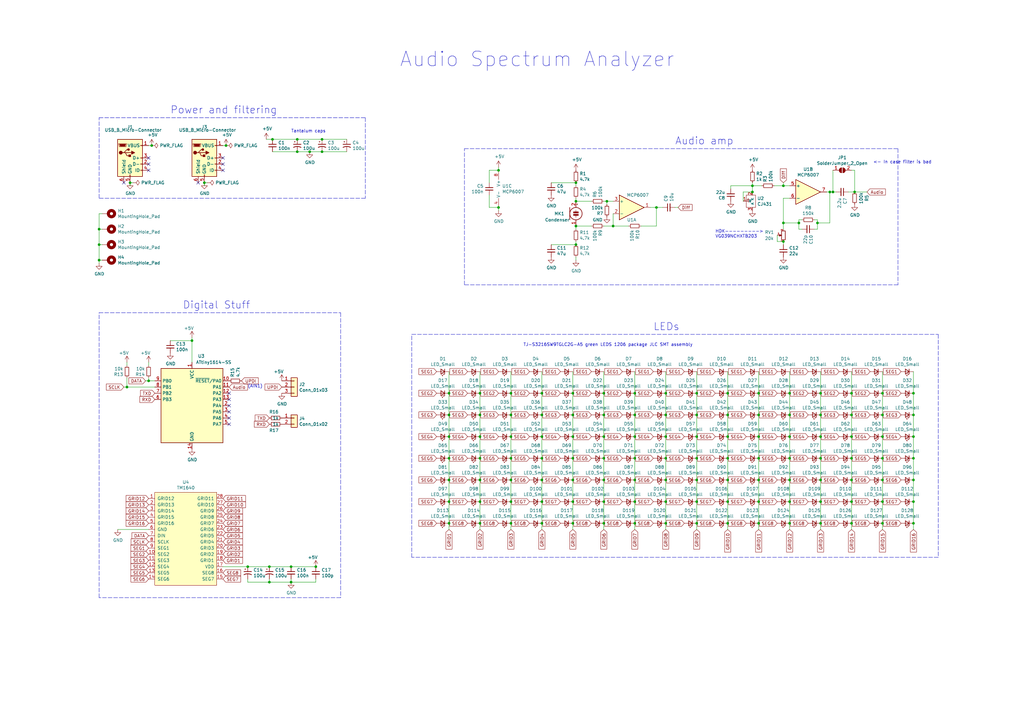
<source format=kicad_sch>
(kicad_sch (version 20211123) (generator eeschema)
  (paper "A3")
  (lib_symbols
    (symbol "Amplifier_Operational:MCP6002-xSN" (pin_names (offset 0.127))
      (property "Reference" "U" (at 0 5.08 0))
      (property "Value" "MCP6002-xSN" (at 0 -5.08 0))
      (symbol "MCP6002-xSN_1_1"
        (pin output line (at 7.62 0 180) (length 2.54) (name "~") (number "1"))
        (pin input line (at -7.62 -2.54 0) (length 2.54) (name "-") (number "2"))
        (pin input line (at -7.62 2.54 0) (length 2.54) (name "+") (number "3"))
      )
      (symbol "MCP6002-xSN_2_1"
        (pin input line (at -7.62 2.54 0) (length 2.54) (name "+") (number "5"))
        (pin input line (at -7.62 -2.54 0) (length 2.54) (name "-") (number "6"))
        (pin output line (at 7.62 0 180) (length 2.54) (name "~") (number "7"))
      )
      (symbol "MCP6002-xSN_3_1"
        (pin power_in line (at -2.54 -7.62 90) (length 3.81) (name "V-") (number "4"))
        (pin power_in line (at -2.54 7.62 270) (length 3.81) (name "V+") (number "8"))
      )
    )
    (symbol "Connector_Generic:Conn_01x02" (pin_names (offset 1.016) hide)
      (property "Reference" "J" (at 0 2.54 0))
      (property "Value" "Conn_01x02" (at 0 -5.08 0))
      (symbol "Conn_01x02_1_1"
        (pin passive line (at -5.08 0 0) (length 3.81) (name "Pin_1") (number "1"))
        (pin passive line (at -5.08 -2.54 0) (length 3.81) (name "Pin_2") (number "2"))
      )
    )
    (symbol "Connector_Generic:Conn_01x03" (pin_names (offset 1.016) hide)
      (property "Reference" "J" (at 0 5.08 0))
      (property "Value" "Conn_01x03" (at 0 -5.08 0))
      (symbol "Conn_01x03_1_1"
        (pin passive line (at -5.08 2.54 0) (length 3.81) (name "Pin_1") (number "1"))
        (pin passive line (at -5.08 0 0) (length 3.81) (name "Pin_2") (number "2"))
        (pin passive line (at -5.08 -2.54 0) (length 3.81) (name "Pin_3") (number "3"))
      )
    )
    (symbol "Device:CP1_Small" (pin_numbers hide) (pin_names (offset 0.254) hide)
      (property "Reference" "C" (at 0.254 1.778 0))
      (property "Value" "Device_CP1_Small" (at 0.254 -2.032 0))
      (symbol "CP1_Small_1_1"
        (pin passive line (at 0 2.54 270) (length 2.032) (name "~") (number "1"))
        (pin passive line (at 0 -2.54 90) (length 2.032) (name "~") (number "2"))
      )
    )
    (symbol "Device:C_Small" (pin_numbers hide) (pin_names (offset 0.254) hide)
      (property "Reference" "C" (at 0.254 1.778 0))
      (property "Value" "C_Small" (at 0.254 -2.032 0))
      (symbol "C_Small_1_1"
        (pin passive line (at 0 2.54 270) (length 2.032) (name "~") (number "1"))
        (pin passive line (at 0 -2.54 90) (length 2.032) (name "~") (number "2"))
      )
    )
    (symbol "Device:LED_Small" (pin_numbers hide) (pin_names (offset 0.254) hide)
      (property "Reference" "D" (at -1.27 3.175 0))
      (property "Value" "LED_Small" (at -4.445 -2.54 0))
      (symbol "LED_Small_1_1"
        (pin passive line (at -2.54 0 0) (length 1.778) (name "K") (number "1"))
        (pin passive line (at 2.54 0 180) (length 1.778) (name "A") (number "2"))
      )
    )
    (symbol "Device:Microphone_Condenser" (pin_names (offset 0.0254) hide)
      (property "Reference" "MK" (at -3.302 1.27 0))
      (property "Value" "Microphone_Condenser" (at -3.302 -0.635 0))
      (symbol "Microphone_Condenser_1_1"
        (pin passive line (at 0 -5.08 90) (length 2.54) (name "-") (number "1"))
        (pin passive line (at 0 5.08 270) (length 2.54) (name "+") (number "2"))
      )
    )
    (symbol "Device:R_POT_Small" (pin_names (offset 1.016) hide)
      (property "Reference" "RV" (at -4.445 0 90))
      (property "Value" "Device_R_POT_Small" (at -2.54 0 90))
      (symbol "R_POT_Small_1_1"
        (pin passive line (at 0 2.54 270) (length 0.635) (name "1") (number "1"))
        (pin passive line (at 2.54 0 180) (length 0.9906) (name "2") (number "2"))
        (pin passive line (at 0 -2.54 90) (length 0.635) (name "3") (number "3"))
      )
    )
    (symbol "Device:R_Small" (pin_numbers hide) (pin_names (offset 0.254) hide)
      (property "Reference" "R" (at 0.762 0.508 0))
      (property "Value" "R_Small" (at 0.762 -1.016 0))
      (symbol "R_Small_1_1"
        (pin passive line (at 0 2.54 270) (length 0.762) (name "~") (number "1"))
        (pin passive line (at 0 -2.54 90) (length 0.762) (name "~") (number "2"))
      )
    )
    (symbol "Jumper:SolderJumper_2_Open" (pin_names (offset 0) hide)
      (property "Reference" "JP" (at 0 2.032 0))
      (property "Value" "SolderJumper_2_Open" (at 0 -2.54 0))
      (symbol "SolderJumper_2_Open_1_1"
        (pin passive line (at -3.81 0 0) (length 2.54) (name "A") (number "1"))
        (pin passive line (at 3.81 0 180) (length 2.54) (name "B") (number "2"))
      )
    )
    (symbol "MCU_Microchip_ATtiny:ATtiny1614-SS"
      (property "Reference" "U" (at -12.7 16.51 0))
      (property "Value" "ATtiny1614-SS" (at 2.54 -16.51 0))
      (symbol "ATtiny1614-SS_1_1"
        (pin power_in line (at 0 17.78 270) (length 2.54) (name "VCC") (number "1"))
        (pin bidirectional line (at 15.24 10.16 180) (length 2.54) (name "~{RESET}/PA0") (number "10"))
        (pin bidirectional line (at 15.24 7.62 180) (length 2.54) (name "PA1") (number "11"))
        (pin bidirectional line (at 15.24 5.08 180) (length 2.54) (name "PA2") (number "12"))
        (pin bidirectional line (at 15.24 2.54 180) (length 2.54) (name "PA3") (number "13"))
        (pin power_in line (at 0 -17.78 90) (length 2.54) (name "GND") (number "14"))
        (pin bidirectional line (at 15.24 0 180) (length 2.54) (name "PA4") (number "2"))
        (pin bidirectional line (at 15.24 -2.54 180) (length 2.54) (name "PA5") (number "3"))
        (pin bidirectional line (at 15.24 -5.08 180) (length 2.54) (name "PA6") (number "4"))
        (pin bidirectional line (at 15.24 -7.62 180) (length 2.54) (name "PA7") (number "5"))
        (pin bidirectional line (at -15.24 2.54 0) (length 2.54) (name "PB3") (number "6"))
        (pin bidirectional line (at -15.24 5.08 0) (length 2.54) (name "PB2") (number "7"))
        (pin bidirectional line (at -15.24 7.62 0) (length 2.54) (name "PB1") (number "8"))
        (pin bidirectional line (at -15.24 10.16 0) (length 2.54) (name "PB0") (number "9"))
      )
    )
    (symbol "Mechanical:MountingHole_Pad" (pin_numbers hide) (pin_names (offset 1.016) hide)
      (property "Reference" "H" (at 0 6.35 0))
      (property "Value" "MountingHole_Pad" (at 0 4.445 0))
      (symbol "MountingHole_Pad_1_1"
        (pin input line (at 0 -2.54 90) (length 2.54) (name "1") (number "1"))
      )
    )
    (symbol "attiny_audio_spectrum_bar_graph-rescue:USB_B_Micro-Connector" (pin_names (offset 1.016))
      (property "Reference" "J" (at -5.08 11.43 0))
      (property "Value" "USB_B_Micro-Connector" (at -5.08 8.89 0))
      (symbol "USB_B_Micro-Connector_1_1"
        (pin power_out line (at 7.62 5.08 180) (length 2.54) (name "VBUS") (number "1"))
        (pin passive line (at 7.62 -2.54 180) (length 2.54) (name "D-") (number "2"))
        (pin passive line (at 7.62 0 180) (length 2.54) (name "D+") (number "3"))
        (pin passive line (at 7.62 -5.08 180) (length 2.54) (name "ID") (number "4"))
        (pin power_out line (at 0 -10.16 90) (length 2.54) (name "GND") (number "5"))
        (pin passive line (at -2.54 -10.16 90) (length 2.54) (name "Shield") (number "6"))
      )
    )
    (symbol "attiny_audio_spectrum_bar_graph:CJ431" (pin_names (offset 1.016))
      (property "Reference" "U" (at 3.302 14.732 0))
      (property "Value" "CJ431" (at 5.588 12.446 0))
      (symbol "CJ431_1_1"
        (pin bidirectional line (at -3.81 0 0) (length 1.27) (name "R") (number "1"))
        (pin bidirectional line (at 0 3.81 270) (length 1.27) (name "K") (number "2"))
        (pin bidirectional line (at 0 -3.81 90) (length 1.27) (name "A") (number "3"))
      )
    )
    (symbol "attiny_audio_spectrum_bar_graph:TM1640" (pin_names (offset 1.016))
      (property "Reference" "U" (at 0 19.05 0))
      (property "Value" "TM1640" (at 0 16.51 0))
      (symbol "TM1640_1_1"
        (pin output line (at -15.24 12.7 0) (length 2.54) (name "GRID12") (number "1"))
        (pin output line (at -15.24 -10.16 0) (length 2.54) (name "SEG2") (number "10"))
        (pin output line (at -15.24 -12.7 0) (length 2.54) (name "SEG3") (number "11"))
        (pin output line (at -15.24 -15.24 0) (length 2.54) (name "SEG4") (number "12"))
        (pin output line (at -15.24 -17.78 0) (length 2.54) (name "SEG5") (number "13"))
        (pin output line (at -15.24 -20.32 0) (length 2.54) (name "SEG6") (number "14"))
        (pin output line (at 15.24 -20.32 180) (length 2.54) (name "SEG7") (number "15"))
        (pin output line (at 15.24 -17.78 180) (length 2.54) (name "SEG8") (number "16"))
        (pin output line (at 15.24 -15.24 180) (length 2.54) (name "VDD") (number "17"))
        (pin output line (at 15.24 -12.7 180) (length 2.54) (name "GRID1") (number "18"))
        (pin output line (at 15.24 -10.16 180) (length 2.54) (name "GRID2") (number "19"))
        (pin output line (at -15.24 10.16 0) (length 2.54) (name "GRID13") (number "2"))
        (pin output line (at 15.24 -7.62 180) (length 2.54) (name "GRID3") (number "20"))
        (pin output line (at 15.24 -5.08 180) (length 2.54) (name "GRID4") (number "21"))
        (pin output line (at 15.24 -2.54 180) (length 2.54) (name "GRID5") (number "22"))
        (pin output line (at 15.24 0 180) (length 2.54) (name "GRID6") (number "23"))
        (pin output line (at 15.24 2.54 180) (length 2.54) (name "GRID7") (number "24"))
        (pin output line (at 15.24 5.08 180) (length 2.54) (name "GRID8") (number "25"))
        (pin output line (at 15.24 7.62 180) (length 2.54) (name "GRID9") (number "26"))
        (pin output line (at 15.24 10.16 180) (length 2.54) (name "GRID10") (number "27"))
        (pin output line (at 15.24 12.7 180) (length 2.54) (name "GRID11") (number "28"))
        (pin output line (at -15.24 7.62 0) (length 2.54) (name "GRID14") (number "3"))
        (pin output line (at -15.24 5.08 0) (length 2.54) (name "GRID15") (number "4"))
        (pin output line (at -15.24 2.54 0) (length 2.54) (name "GRID16") (number "5"))
        (pin output line (at -15.24 0 0) (length 2.54) (name "GND") (number "6"))
        (pin input line (at -15.24 -2.54 0) (length 2.54) (name "DIN") (number "7"))
        (pin input line (at -15.24 -5.08 0) (length 2.54) (name "SCLK") (number "8"))
        (pin output line (at -15.24 -7.62 0) (length 2.54) (name "SEG1") (number "9"))
      )
    )
    (symbol "power:+5V" (power) (pin_names (offset 0))
      (property "Value" "+5V" (at 0 3.556 0))
      (symbol "+5V_1_1"
        (pin power_in line (at 0 0 90) (length 0) hide (name "+5V") (number "1"))
      )
    )
    (symbol "power:GND" (power) (pin_names (offset 0))
      (property "Value" "GND" (at 0 -3.81 0))
      (symbol "GND_1_1"
        (pin power_in line (at 0 0 270) (length 0) hide (name "GND") (number "1"))
      )
    )
    (symbol "power:PWR_FLAG" (power) (pin_numbers hide) (pin_names (offset 0) hide)
      (property "Value" "PWR_FLAG" (at 0 3.81 0))
      (symbol "PWR_FLAG_0_0"
        (pin power_out line (at 0 0 90) (length 0) (name "pwr") (number "1"))
      )
    )
  )
  (junction (at 222.25 170.18))
  (junction (at 110.49 232.41))
  (junction (at 234.95 170.18))
  (junction (at 247.65 170.18))
  (junction (at 323.85 161.29))
  (junction (at 361.95 205.74))
  (junction (at 298.45 161.29))
  (junction (at 374.65 187.96))
  (junction (at 222.25 161.29))
  (junction (at 361.95 161.29))
  (junction (at 260.35 205.74))
  (junction (at 311.15 196.85))
  (junction (at 260.35 196.85))
  (junction (at 349.25 214.63))
  (junction (at 285.75 214.63))
  (junction (at 298.45 179.07))
  (junction (at 361.95 170.18))
  (junction (at 336.55 205.74))
  (junction (at 340.36 78.74))
  (junction (at 247.65 187.96))
  (junction (at 196.85 161.29))
  (junction (at 260.35 161.29))
  (junction (at 374.65 214.63))
  (junction (at 209.55 179.07))
  (junction (at 336.55 161.29))
  (junction (at 285.75 161.29))
  (junction (at 311.15 214.63))
  (junction (at 323.85 187.96))
  (junction (at 234.95 205.74))
  (junction (at 119.38 232.41))
  (junction (at 121.92 57.15))
  (junction (at 222.25 187.96))
  (junction (at 121.92 62.23))
  (junction (at 236.22 92.71))
  (junction (at 285.75 170.18))
  (junction (at 247.65 205.74))
  (junction (at 196.85 196.85))
  (junction (at 374.65 170.18))
  (junction (at 251.46 92.71))
  (junction (at 336.55 170.18))
  (junction (at 209.55 187.96))
  (junction (at 234.95 187.96))
  (junction (at 321.31 76.2))
  (junction (at 298.45 187.96))
  (junction (at 119.38 238.76))
  (junction (at 308.61 78.74))
  (junction (at 184.15 214.63))
  (junction (at 336.55 214.63))
  (junction (at 311.15 179.07))
  (junction (at 349.25 187.96))
  (junction (at 184.15 170.18))
  (junction (at 298.45 170.18))
  (junction (at 209.55 205.74))
  (junction (at 321.31 91.44))
  (junction (at 132.08 62.23))
  (junction (at 285.75 196.85))
  (junction (at 101.6 232.41))
  (junction (at 209.55 170.18))
  (junction (at 234.95 161.29))
  (junction (at 273.05 214.63))
  (junction (at 308.61 76.2))
  (junction (at 273.05 196.85))
  (junction (at 361.95 179.07))
  (junction (at 209.55 196.85))
  (junction (at 285.75 179.07))
  (junction (at 349.25 161.29))
  (junction (at 374.65 205.74))
  (junction (at 374.65 196.85))
  (junction (at 40.64 93.98))
  (junction (at 260.35 214.63))
  (junction (at 323.85 179.07))
  (junction (at 53.34 74.93))
  (junction (at 204.47 85.09))
  (junction (at 196.85 170.18))
  (junction (at 236.22 100.33))
  (junction (at 222.25 214.63))
  (junction (at 234.95 214.63))
  (junction (at 127 62.23))
  (junction (at 234.95 196.85))
  (junction (at 209.55 214.63))
  (junction (at 336.55 187.96))
  (junction (at 336.55 196.85))
  (junction (at 247.65 196.85))
  (junction (at 184.15 196.85))
  (junction (at 323.85 205.74))
  (junction (at 234.95 179.07))
  (junction (at 236.22 82.55))
  (junction (at 323.85 170.18))
  (junction (at 247.65 214.63))
  (junction (at 311.15 161.29))
  (junction (at 111.76 57.15))
  (junction (at 273.05 170.18))
  (junction (at 361.95 214.63))
  (junction (at 298.45 196.85))
  (junction (at 336.55 179.07))
  (junction (at 222.25 196.85))
  (junction (at 273.05 161.29))
  (junction (at 273.05 205.74))
  (junction (at 349.25 196.85))
  (junction (at 361.95 187.96))
  (junction (at 204.47 69.85))
  (junction (at 196.85 187.96))
  (junction (at 273.05 179.07))
  (junction (at 260.35 179.07))
  (junction (at 184.15 205.74))
  (junction (at 196.85 205.74))
  (junction (at 52.07 158.75))
  (junction (at 349.25 179.07))
  (junction (at 209.55 161.29))
  (junction (at 323.85 214.63))
  (junction (at 196.85 214.63))
  (junction (at 298.45 205.74))
  (junction (at 184.15 161.29))
  (junction (at 321.31 99.06))
  (junction (at 361.95 196.85))
  (junction (at 184.15 187.96))
  (junction (at 260.35 187.96))
  (junction (at 374.65 179.07))
  (junction (at 335.28 91.44))
  (junction (at 92.71 59.69))
  (junction (at 222.25 179.07))
  (junction (at 350.52 78.74))
  (junction (at 349.25 205.74))
  (junction (at 311.15 205.74))
  (junction (at 260.35 170.18))
  (junction (at 349.25 170.18))
  (junction (at 341.63 78.74))
  (junction (at 129.54 232.41))
  (junction (at 269.24 85.09))
  (junction (at 247.65 179.07))
  (junction (at 247.65 161.29))
  (junction (at 236.22 74.93))
  (junction (at 83.82 74.93))
  (junction (at 273.05 187.96))
  (junction (at 60.96 156.21))
  (junction (at 222.25 205.74))
  (junction (at 311.15 187.96))
  (junction (at 78.74 139.7))
  (junction (at 323.85 196.85))
  (junction (at 132.08 57.15))
  (junction (at 298.45 214.63))
  (junction (at 248.92 82.55))
  (junction (at 62.23 59.69))
  (junction (at 110.49 238.76))
  (junction (at 40.64 106.68))
  (junction (at 40.64 100.33))
  (junction (at 311.15 170.18))
  (junction (at 374.65 161.29))
  (junction (at 196.85 179.07))
  (junction (at 285.75 187.96))
  (junction (at 285.75 205.74))
  (junction (at 184.15 179.07))
  (junction (at 327.66 91.44))
  (no_connect (at 93.98 166.37))
  (no_connect (at 60.96 64.77))
  (no_connect (at 93.98 163.83))
  (no_connect (at 93.98 168.91))
  (no_connect (at 93.98 173.99))
  (no_connect (at 91.44 64.77))
  (no_connect (at 50.8 74.93))
  (no_connect (at 81.28 74.93))
  (no_connect (at 91.44 69.85))
  (no_connect (at 60.96 67.31))
  (no_connect (at 93.98 171.45))
  (no_connect (at 93.98 161.29))
  (no_connect (at 60.96 69.85))
  (no_connect (at 91.44 67.31))
  (wire (pts (xy 196.85 205.74) (xy 196.85 214.63)))
  (wire (pts (xy 298.45 217.17) (xy 298.45 214.63)))
  (wire (pts (xy 62.23 59.69) (xy 60.96 59.69)))
  (wire (pts (xy 317.5 76.2) (xy 321.31 76.2)))
  (wire (pts (xy 59.69 156.21) (xy 60.96 156.21)))
  (wire (pts (xy 336.55 217.17) (xy 336.55 214.63)))
  (wire (pts (xy 336.55 170.18) (xy 336.55 161.29)))
  (wire (pts (xy 285.75 179.07) (xy 285.75 170.18)))
  (wire (pts (xy 285.75 161.29) (xy 285.75 152.4)))
  (wire (pts (xy 276.86 85.09) (xy 278.13 85.09)))
  (polyline (pts (xy 368.3 60.96) (xy 368.3 116.84)))
  (wire (pts (xy 184.15 170.18) (xy 184.15 179.07)))
  (wire (pts (xy 236.22 82.55) (xy 242.57 82.55)))
  (wire (pts (xy 236.22 81.28) (xy 236.22 82.55)))
  (wire (pts (xy 349.25 179.07) (xy 349.25 170.18)))
  (wire (pts (xy 336.55 214.63) (xy 336.55 205.74)))
  (wire (pts (xy 200.66 74.93) (xy 200.66 69.85)))
  (wire (pts (xy 311.15 179.07) (xy 311.15 170.18)))
  (wire (pts (xy 349.25 205.74) (xy 349.25 196.85)))
  (wire (pts (xy 226.06 74.93) (xy 236.22 74.93)))
  (wire (pts (xy 349.25 187.96) (xy 349.25 179.07)))
  (wire (pts (xy 40.64 107.95) (xy 40.64 106.68)))
  (wire (pts (xy 321.31 100.33) (xy 321.31 99.06)))
  (polyline (pts (xy 190.5 60.96) (xy 368.3 60.96)))
  (wire (pts (xy 341.63 69.85) (xy 341.63 78.74)))
  (wire (pts (xy 226.06 100.33) (xy 236.22 100.33)))
  (wire (pts (xy 374.65 161.29) (xy 374.65 152.4)))
  (wire (pts (xy 247.65 161.29) (xy 247.65 152.4)))
  (wire (pts (xy 273.05 196.85) (xy 273.05 187.96)))
  (wire (pts (xy 184.15 205.74) (xy 184.15 214.63)))
  (wire (pts (xy 349.25 161.29) (xy 349.25 152.4)))
  (wire (pts (xy 361.95 196.85) (xy 361.95 187.96)))
  (wire (pts (xy 200.66 85.09) (xy 204.47 85.09)))
  (wire (pts (xy 222.25 187.96) (xy 222.25 196.85)))
  (wire (pts (xy 347.98 78.74) (xy 350.52 78.74)))
  (wire (pts (xy 119.38 232.41) (xy 129.54 232.41)))
  (wire (pts (xy 129.54 238.76) (xy 129.54 237.49)))
  (polyline (pts (xy 168.91 137.16) (xy 384.81 137.16)))
  (wire (pts (xy 132.08 57.15) (xy 121.92 57.15)))
  (wire (pts (xy 361.95 170.18) (xy 361.95 161.29)))
  (wire (pts (xy 374.65 205.74) (xy 374.65 196.85)))
  (wire (pts (xy 311.15 170.18) (xy 311.15 161.29)))
  (wire (pts (xy 48.26 217.17) (xy 60.96 217.17)))
  (wire (pts (xy 321.31 81.28) (xy 321.31 91.44)))
  (wire (pts (xy 260.35 214.63) (xy 260.35 205.74)))
  (wire (pts (xy 273.05 161.29) (xy 273.05 152.4)))
  (wire (pts (xy 209.55 179.07) (xy 209.55 170.18)))
  (wire (pts (xy 349.25 170.18) (xy 349.25 161.29)))
  (wire (pts (xy 321.31 76.2) (xy 323.85 76.2)))
  (wire (pts (xy 323.85 179.07) (xy 323.85 170.18)))
  (wire (pts (xy 350.52 78.74) (xy 355.6 78.74)))
  (wire (pts (xy 335.28 91.44) (xy 340.36 91.44)))
  (wire (pts (xy 110.49 237.49) (xy 110.49 238.76)))
  (wire (pts (xy 336.55 161.29) (xy 336.55 152.4)))
  (wire (pts (xy 132.08 62.23) (xy 127 62.23)))
  (wire (pts (xy 251.46 87.63) (xy 251.46 92.71)))
  (wire (pts (xy 196.85 187.96) (xy 196.85 196.85)))
  (wire (pts (xy 311.15 217.17) (xy 311.15 214.63)))
  (polyline (pts (xy 139.7 245.11) (xy 40.64 245.11)))
  (wire (pts (xy 69.85 139.7) (xy 78.74 139.7)))
  (wire (pts (xy 298.45 187.96) (xy 298.45 179.07)))
  (wire (pts (xy 318.77 96.52) (xy 318.77 99.06)))
  (wire (pts (xy 50.8 158.75) (xy 52.07 158.75)))
  (wire (pts (xy 234.95 179.07) (xy 234.95 170.18)))
  (wire (pts (xy 101.6 238.76) (xy 110.49 238.76)))
  (wire (pts (xy 323.85 187.96) (xy 323.85 179.07)))
  (wire (pts (xy 273.05 205.74) (xy 273.05 196.85)))
  (wire (pts (xy 119.38 238.76) (xy 129.54 238.76)))
  (wire (pts (xy 209.55 170.18) (xy 209.55 161.29)))
  (wire (pts (xy 374.65 170.18) (xy 374.65 161.29)))
  (wire (pts (xy 304.8 82.55) (xy 304.8 78.74)))
  (wire (pts (xy 321.31 91.44) (xy 327.66 91.44)))
  (wire (pts (xy 222.25 152.4) (xy 222.25 161.29)))
  (wire (pts (xy 361.95 214.63) (xy 361.95 205.74)))
  (wire (pts (xy 204.47 69.85) (xy 204.47 68.58)))
  (wire (pts (xy 323.85 81.28) (xy 321.31 81.28)))
  (wire (pts (xy 52.07 154.94) (xy 52.07 158.75)))
  (wire (pts (xy 236.22 105.41) (xy 236.22 106.68)))
  (wire (pts (xy 40.64 106.68) (xy 41.91 106.68)))
  (wire (pts (xy 247.65 217.17) (xy 247.65 214.63)))
  (wire (pts (xy 41.91 93.98) (xy 40.64 93.98)))
  (wire (pts (xy 247.65 205.74) (xy 247.65 196.85)))
  (polyline (pts (xy 190.5 116.84) (xy 190.5 60.96)))
  (wire (pts (xy 318.77 99.06) (xy 321.31 99.06)))
  (wire (pts (xy 110.49 232.41) (xy 119.38 232.41)))
  (wire (pts (xy 200.66 80.01) (xy 200.66 85.09)))
  (wire (pts (xy 184.15 161.29) (xy 184.15 170.18)))
  (wire (pts (xy 323.85 214.63) (xy 323.85 205.74)))
  (wire (pts (xy 334.01 90.17) (xy 335.28 90.17)))
  (wire (pts (xy 273.05 217.17) (xy 273.05 214.63)))
  (wire (pts (xy 247.65 214.63) (xy 247.65 205.74)))
  (wire (pts (xy 308.61 76.2) (xy 312.42 76.2)))
  (wire (pts (xy 60.96 148.59) (xy 60.96 149.86)))
  (wire (pts (xy 273.05 179.07) (xy 273.05 170.18)))
  (wire (pts (xy 374.65 217.17) (xy 374.65 214.63)))
  (wire (pts (xy 184.15 152.4) (xy 184.15 161.29)))
  (wire (pts (xy 299.72 77.47) (xy 299.72 76.2)))
  (wire (pts (xy 196.85 179.07) (xy 196.85 187.96)))
  (wire (pts (xy 323.85 217.17) (xy 323.85 214.63)))
  (wire (pts (xy 321.31 91.44) (xy 321.31 93.98)))
  (wire (pts (xy 327.66 93.98) (xy 328.93 93.98)))
  (wire (pts (xy 311.15 161.29) (xy 311.15 152.4)))
  (polyline (pts (xy 384.81 228.6) (xy 168.91 228.6)))
  (wire (pts (xy 236.22 92.71) (xy 236.22 93.98)))
  (wire (pts (xy 308.61 76.2) (xy 308.61 74.93)))
  (wire (pts (xy 323.85 196.85) (xy 323.85 187.96)))
  (wire (pts (xy 209.55 217.17) (xy 209.55 214.63)))
  (wire (pts (xy 196.85 161.29) (xy 196.85 170.18)))
  (wire (pts (xy 321.31 74.93) (xy 321.31 76.2)))
  (wire (pts (xy 204.47 86.36) (xy 204.47 85.09)))
  (wire (pts (xy 234.95 170.18) (xy 234.95 161.29)))
  (wire (pts (xy 285.75 187.96) (xy 285.75 179.07)))
  (wire (pts (xy 53.34 74.93) (xy 54.61 74.93)))
  (wire (pts (xy 247.65 170.18) (xy 247.65 161.29)))
  (polyline (pts (xy 40.64 81.28) (xy 40.64 48.26)))
  (wire (pts (xy 269.24 85.09) (xy 271.78 85.09)))
  (wire (pts (xy 101.6 237.49) (xy 101.6 238.76)))
  (wire (pts (xy 121.92 57.15) (xy 111.76 57.15)))
  (wire (pts (xy 361.95 187.96) (xy 361.95 179.07)))
  (wire (pts (xy 341.63 78.74) (xy 342.9 78.74)))
  (wire (pts (xy 52.07 148.59) (xy 52.07 149.86)))
  (wire (pts (xy 222.25 170.18) (xy 222.25 179.07)))
  (wire (pts (xy 260.35 161.29) (xy 260.35 152.4)))
  (wire (pts (xy 273.05 187.96) (xy 273.05 179.07)))
  (wire (pts (xy 52.07 158.75) (xy 63.5 158.75)))
  (wire (pts (xy 196.85 214.63) (xy 196.85 217.17)))
  (wire (pts (xy 285.75 217.17) (xy 285.75 214.63)))
  (wire (pts (xy 222.25 205.74) (xy 222.25 214.63)))
  (wire (pts (xy 209.55 196.85) (xy 209.55 187.96)))
  (polyline (pts (xy 40.64 245.11) (xy 40.64 128.27)))
  (wire (pts (xy 298.45 179.07) (xy 298.45 170.18)))
  (wire (pts (xy 121.92 62.23) (xy 111.76 62.23)))
  (wire (pts (xy 184.15 196.85) (xy 184.15 205.74)))
  (polyline (pts (xy 139.7 128.27) (xy 139.7 245.11)))
  (wire (pts (xy 247.65 92.71) (xy 251.46 92.71)))
  (wire (pts (xy 336.55 196.85) (xy 336.55 187.96)))
  (wire (pts (xy 247.65 179.07) (xy 247.65 170.18)))
  (wire (pts (xy 311.15 196.85) (xy 311.15 187.96)))
  (wire (pts (xy 234.95 217.17) (xy 234.95 214.63)))
  (wire (pts (xy 327.66 91.44) (xy 327.66 90.17)))
  (wire (pts (xy 92.71 59.69) (xy 91.44 59.69)))
  (wire (pts (xy 340.36 78.74) (xy 340.36 91.44)))
  (wire (pts (xy 260.35 205.74) (xy 260.35 196.85)))
  (wire (pts (xy 336.55 205.74) (xy 336.55 196.85)))
  (wire (pts (xy 209.55 187.96) (xy 209.55 179.07)))
  (polyline (pts (xy 40.64 48.26) (xy 149.86 48.26)))
  (wire (pts (xy 248.92 83.82) (xy 248.92 82.55)))
  (wire (pts (xy 41.91 87.63) (xy 40.64 87.63)))
  (wire (pts (xy 200.66 69.85) (xy 204.47 69.85)))
  (wire (pts (xy 340.36 78.74) (xy 339.09 78.74)))
  (wire (pts (xy 184.15 187.96) (xy 184.15 196.85)))
  (wire (pts (xy 247.65 196.85) (xy 247.65 187.96)))
  (wire (pts (xy 374.65 179.07) (xy 374.65 170.18)))
  (wire (pts (xy 361.95 217.17) (xy 361.95 214.63)))
  (wire (pts (xy 361.95 179.07) (xy 361.95 170.18)))
  (wire (pts (xy 327.66 91.44) (xy 327.66 93.98)))
  (wire (pts (xy 269.24 92.71) (xy 262.89 92.71)))
  (wire (pts (xy 247.65 187.96) (xy 247.65 179.07)))
  (wire (pts (xy 298.45 205.74) (xy 298.45 196.85)))
  (wire (pts (xy 260.35 196.85) (xy 260.35 187.96)))
  (wire (pts (xy 236.22 74.93) (xy 236.22 76.2)))
  (wire (pts (xy 127 62.23) (xy 121.92 62.23)))
  (wire (pts (xy 236.22 92.71) (xy 242.57 92.71)))
  (wire (pts (xy 247.65 82.55) (xy 248.92 82.55)))
  (wire (pts (xy 251.46 92.71) (xy 257.81 92.71)))
  (wire (pts (xy 40.64 93.98) (xy 40.64 100.33)))
  (wire (pts (xy 308.61 76.2) (xy 308.61 78.74)))
  (wire (pts (xy 361.95 161.29) (xy 361.95 152.4)))
  (wire (pts (xy 285.75 196.85) (xy 285.75 187.96)))
  (wire (pts (xy 83.82 74.93) (xy 83.82 76.2)))
  (wire (pts (xy 222.25 214.63) (xy 222.25 217.17)))
  (wire (pts (xy 349.25 69.85) (xy 350.52 69.85)))
  (wire (pts (xy 285.75 170.18) (xy 285.75 161.29)))
  (wire (pts (xy 323.85 170.18) (xy 323.85 161.29)))
  (wire (pts (xy 285.75 214.63) (xy 285.75 205.74)))
  (wire (pts (xy 53.34 74.93) (xy 53.34 76.2)))
  (wire (pts (xy 350.52 69.85) (xy 350.52 78.74)))
  (wire (pts (xy 336.55 179.07) (xy 336.55 170.18)))
  (wire (pts (xy 248.92 82.55) (xy 251.46 82.55)))
  (wire (pts (xy 335.28 90.17) (xy 335.28 91.44)))
  (wire (pts (xy 299.72 76.2) (xy 308.61 76.2)))
  (wire (pts (xy 132.08 62.23) (xy 142.24 62.23)))
  (wire (pts (xy 323.85 161.29) (xy 323.85 152.4)))
  (wire (pts (xy 119.38 237.49) (xy 119.38 238.76)))
  (wire (pts (xy 323.85 205.74) (xy 323.85 196.85)))
  (wire (pts (xy 110.49 238.76) (xy 119.38 238.76)))
  (wire (pts (xy 101.6 232.41) (xy 110.49 232.41)))
  (wire (pts (xy 109.22 57.15) (xy 111.76 57.15)))
  (wire (pts (xy 298.45 196.85) (xy 298.45 187.96)))
  (wire (pts (xy 78.74 139.7) (xy 78.74 138.43)))
  (wire (pts (xy 184.15 214.63) (xy 184.15 217.17)))
  (wire (pts (xy 209.55 161.29) (xy 209.55 152.4)))
  (wire (pts (xy 336.55 187.96) (xy 336.55 179.07)))
  (wire (pts (xy 222.25 179.07) (xy 222.25 187.96)))
  (wire (pts (xy 184.15 179.07) (xy 184.15 187.96)))
  (wire (pts (xy 340.36 78.74) (xy 341.63 78.74)))
  (wire (pts (xy 91.44 232.41) (xy 101.6 232.41)))
  (polyline (pts (xy 149.86 48.26) (xy 149.86 81.28)))
  (wire (pts (xy 234.95 196.85) (xy 234.95 187.96)))
  (wire (pts (xy 236.22 99.06) (xy 236.22 100.33)))
  (wire (pts (xy 298.45 214.63) (xy 298.45 205.74)))
  (wire (pts (xy 234.95 187.96) (xy 234.95 179.07)))
  (wire (pts (xy 328.93 90.17) (xy 327.66 90.17)))
  (wire (pts (xy 266.7 85.09) (xy 269.24 85.09)))
  (wire (pts (xy 304.8 78.74) (xy 308.61 78.74)))
  (wire (pts (xy 209.55 205.74) (xy 209.55 196.85)))
  (wire (pts (xy 349.25 214.63) (xy 349.25 205.74)))
  (wire (pts (xy 273.05 170.18) (xy 273.05 161.29)))
  (wire (pts (xy 298.45 161.29) (xy 298.45 152.4)))
  (wire (pts (xy 132.08 57.15) (xy 142.24 57.15)))
  (wire (pts (xy 374.65 214.63) (xy 374.65 205.74)))
  (wire (pts (xy 260.35 217.17) (xy 260.35 214.63)))
  (wire (pts (xy 196.85 170.18) (xy 196.85 179.07)))
  (wire (pts (xy 311.15 214.63) (xy 311.15 205.74)))
  (wire (pts (xy 83.82 74.93) (xy 85.09 74.93)))
  (wire (pts (xy 273.05 214.63) (xy 273.05 205.74)))
  (wire (pts (xy 60.96 154.94) (xy 60.96 156.21)))
  (wire (pts (xy 222.25 161.29) (xy 222.25 170.18)))
  (wire (pts (xy 269.24 92.71) (xy 269.24 85.09)))
  (wire (pts (xy 374.65 187.96) (xy 374.65 179.07)))
  (wire (pts (xy 311.15 205.74) (xy 311.15 196.85)))
  (wire (pts (xy 349.25 196.85) (xy 349.25 187.96)))
  (wire (pts (xy 361.95 205.74) (xy 361.95 196.85)))
  (wire (pts (xy 41.91 100.33) (xy 40.64 100.33)))
  (wire (pts (xy 196.85 196.85) (xy 196.85 205.74)))
  (wire (pts (xy 298.45 170.18) (xy 298.45 161.29)))
  (wire (pts (xy 40.64 100.33) (xy 40.64 106.68)))
  (wire (pts (xy 234.95 161.29) (xy 234.95 152.4)))
  (wire (pts (xy 209.55 214.63) (xy 209.55 205.74)))
  (wire (pts (xy 78.74 148.59) (xy 78.74 139.7)))
  (wire (pts (xy 260.35 170.18) (xy 260.35 161.29)))
  (wire (pts (xy 349.25 217.17) (xy 349.25 214.63)))
  (polyline (pts (xy 168.91 228.6) (xy 168.91 137.16)))
  (wire (pts (xy 335.28 93.98) (xy 334.01 93.98)))
  (wire (pts (xy 40.64 87.63) (xy 40.64 93.98)))
  (wire (pts (xy 311.15 187.96) (xy 311.15 179.07)))
  (polyline (pts (xy 40.64 128.27) (xy 139.7 128.27)))
  (wire (pts (xy 374.65 196.85) (xy 374.65 187.96)))
  (wire (pts (xy 335.28 91.44) (xy 335.28 93.98)))
  (polyline (pts (xy 368.3 116.84) (xy 190.5 116.84)))
  (wire (pts (xy 285.75 205.74) (xy 285.75 196.85)))
  (wire (pts (xy 234.95 205.74) (xy 234.95 196.85)))
  (polyline (pts (xy 149.86 81.28) (xy 40.64 81.28)))
  (wire (pts (xy 60.96 156.21) (xy 63.5 156.21)))
  (wire (pts (xy 222.25 196.85) (xy 222.25 205.74)))
  (wire (pts (xy 234.95 214.63) (xy 234.95 205.74)))
  (wire (pts (xy 196.85 152.4) (xy 196.85 161.29)))
  (wire (pts (xy 260.35 187.96) (xy 260.35 179.07)))
  (wire (pts (xy 260.35 179.07) (xy 260.35 170.18)))
  (polyline (pts (xy 384.81 137.16) (xy 384.81 228.6)))
  (text "(AIN1)\n\n" (at 101.6 161.29 0) (effects (font (size 1.27 1.27)) (justify left bottom)))
  (text "Tantalum caps" (at 119.38 54.61 0) (effects (font (size 1.27 1.27)) (justify left bottom)))
  (text "Audio Spectrum Analyzer" (at 163.83 27.94 0) (effects (font (size 5.9944 5.9944)) (justify left bottom)))
  (text "LEDs" (at 267.97 135.89 0) (effects (font (size 2.9972 2.9972)) (justify left bottom)))
  (text "TJ-S3216SW9TGLC2G-A5 green LEDS 1206 package JLC SMT assembly" (at 214.63 142.24 0) (effects (font (size 1.27 1.27)) (justify left bottom)))
  (text "<- In case filter is bad" (at 358.14 67.31 0) (effects (font (size 1.27 1.27)) (justify left bottom)))
  (text "Audio amp" (at 276.86 59.69 0) (effects (font (size 2.9972 2.9972)) (justify left bottom)))
  (text "HDK--------->\nVG039NCHXTB203" (at 293.37 97.79 0) (effects (font (size 1.27 1.27)) (justify left bottom)))
  (text "Power and filtering" (at 69.85 46.99 0) (effects (font (size 2.9972 2.9972)) (justify left bottom)))
  (text "Digital Stuff" (at 74.93 127 0) (effects (font (size 2.9972 2.9972)) (justify left bottom)))
  (global_label "SEG6" (shape input) (at 255.27 196.85 180) (property "Intersheet References" "${INTERSHEET_REFS}" (effects hide)))
  (global_label "SEG4" (shape input) (at 242.57 179.07 180) (property "Intersheet References" "${INTERSHEET_REFS}" (effects hide)))
  (global_label "GRID5" (shape input) (at 91.44 219.71 0) (property "Intersheet References" "${INTERSHEET_REFS}" (effects hide)))
  (global_label "UPDI" (shape input) (at 99.06 156.21 0) (property "Intersheet References" "${INTERSHEET_REFS}" (effects hide)))
  (global_label "SEG1" (shape input) (at 255.27 152.4 180) (property "Intersheet References" "${INTERSHEET_REFS}" (effects hide)))
  (global_label "SEG1" (shape input) (at 318.77 152.4 180) (property "Intersheet References" "${INTERSHEET_REFS}" (effects hide)))
  (global_label "SEG1" (shape input) (at 229.87 152.4 180) (property "Intersheet References" "${INTERSHEET_REFS}" (effects hide)))
  (global_label "SEG3" (shape input) (at 217.17 170.18 180) (property "Intersheet References" "${INTERSHEET_REFS}" (effects hide)))
  (global_label "SEG8" (shape input) (at 191.77 214.63 180) (property "Intersheet References" "${INTERSHEET_REFS}" (effects hide)))
  (global_label "SEG3" (shape input) (at 280.67 170.18 180) (property "Intersheet References" "${INTERSHEET_REFS}" (effects hide)))
  (global_label "SEG7" (shape input) (at 369.57 205.74 180) (property "Intersheet References" "${INTERSHEET_REFS}" (effects hide)))
  (global_label "GRID9" (shape input) (at 91.44 209.55 0) (property "Intersheet References" "${INTERSHEET_REFS}" (effects hide)))
  (global_label "SEG5" (shape input) (at 204.47 187.96 180) (property "Intersheet References" "${INTERSHEET_REFS}" (effects hide)))
  (global_label "SEG8" (shape input) (at 293.37 214.63 180) (property "Intersheet References" "${INTERSHEET_REFS}" (effects hide)))
  (global_label "SEG4" (shape input) (at 217.17 179.07 180) (property "Intersheet References" "${INTERSHEET_REFS}" (effects hide)))
  (global_label "GRID15" (shape input) (at 60.96 212.09 180) (property "Intersheet References" "${INTERSHEET_REFS}" (effects hide)))
  (global_label "GRID12" (shape input) (at 60.96 204.47 180) (property "Intersheet References" "${INTERSHEET_REFS}" (effects hide)))
  (global_label "SEG8" (shape input) (at 267.97 214.63 180) (property "Intersheet References" "${INTERSHEET_REFS}" (effects hide)))
  (global_label "SEG7" (shape input) (at 217.17 205.74 180) (property "Intersheet References" "${INTERSHEET_REFS}" (effects hide)))
  (global_label "SEG5" (shape input) (at 191.77 187.96 180) (property "Intersheet References" "${INTERSHEET_REFS}" (effects hide)))
  (global_label "SEG3" (shape input) (at 318.77 170.18 180) (property "Intersheet References" "${INTERSHEET_REFS}" (effects hide)))
  (global_label "SEG3" (shape input) (at 293.37 170.18 180) (property "Intersheet References" "${INTERSHEET_REFS}" (effects hide)))
  (global_label "SEG4" (shape input) (at 306.07 179.07 180) (property "Intersheet References" "${INTERSHEET_REFS}" (effects hide)))
  (global_label "DATA" (shape input) (at 59.69 156.21 180) (property "Intersheet References" "${INTERSHEET_REFS}" (effects hide)))
  (global_label "SEG4" (shape input) (at 267.97 179.07 180) (property "Intersheet References" "${INTERSHEET_REFS}" (effects hide)))
  (global_label "SEG5" (shape input) (at 280.67 187.96 180) (property "Intersheet References" "${INTERSHEET_REFS}" (effects hide)))
  (global_label "SEG8" (shape input) (at 229.87 214.63 180) (property "Intersheet References" "${INTERSHEET_REFS}" (effects hide)))
  (global_label "SEG4" (shape input) (at 60.96 232.41 180) (property "Intersheet References" "${INTERSHEET_REFS}" (effects hide)))
  (global_label "SEG6" (shape input) (at 191.77 196.85 180) (property "Intersheet References" "${INTERSHEET_REFS}" (effects hide)))
  (global_label "Diff" (shape input) (at 321.31 74.93 90) (property "Intersheet References" "${INTERSHEET_REFS}" (effects hide)))
  (global_label "DATA" (shape input) (at 60.96 219.71 180) (property "Intersheet References" "${INTERSHEET_REFS}" (effects hide)))
  (global_label "SEG1" (shape input) (at 344.17 152.4 180) (property "Intersheet References" "${INTERSHEET_REFS}" (effects hide)))
  (global_label "SEG3" (shape input) (at 255.27 170.18 180) (property "Intersheet References" "${INTERSHEET_REFS}" (effects hide)))
  (global_label "SEG5" (shape input) (at 306.07 187.96 180) (property "Intersheet References" "${INTERSHEET_REFS}" (effects hide)))
  (global_label "GRID4" (shape input) (at 91.44 222.25 0) (property "Intersheet References" "${INTERSHEET_REFS}" (effects hide)))
  (global_label "SEG8" (shape input) (at 356.87 214.63 180) (property "Intersheet References" "${INTERSHEET_REFS}" (effects hide)))
  (global_label "SEG6" (shape input) (at 293.37 196.85 180) (property "Intersheet References" "${INTERSHEET_REFS}" (effects hide)))
  (global_label "SEG3" (shape input) (at 306.07 170.18 180) (property "Intersheet References" "${INTERSHEET_REFS}" (effects hide)))
  (global_label "GRID15" (shape input) (at 361.95 217.17 270) (property "Intersheet References" "${INTERSHEET_REFS}" (effects hide)))
  (global_label "SEG3" (shape input) (at 60.96 229.87 180) (property "Intersheet References" "${INTERSHEET_REFS}" (effects hide)))
  (global_label "GRID2" (shape input) (at 196.85 217.17 270) (property "Intersheet References" "${INTERSHEET_REFS}" (effects hide)))
  (global_label "SEG8" (shape input) (at 331.47 214.63 180) (property "Intersheet References" "${INTERSHEET_REFS}" (effects hide)))
  (global_label "SEG1" (shape input) (at 356.87 152.4 180) (property "Intersheet References" "${INTERSHEET_REFS}" (effects hide)))
  (global_label "GRID7" (shape input) (at 260.35 217.17 270) (property "Intersheet References" "${INTERSHEET_REFS}" (effects hide)))
  (global_label "SEG8" (shape input) (at 344.17 214.63 180) (property "Intersheet References" "${INTERSHEET_REFS}" (effects hide)))
  (global_label "GRID13" (shape input) (at 60.96 207.01 180) (property "Intersheet References" "${INTERSHEET_REFS}" (effects hide)))
  (global_label "SEG6" (shape input) (at 280.67 196.85 180) (property "Intersheet References" "${INTERSHEET_REFS}" (effects hide)))
  (global_label "SEG5" (shape input) (at 331.47 187.96 180) (property "Intersheet References" "${INTERSHEET_REFS}" (effects hide)))
  (global_label "SEG6" (shape input) (at 217.17 196.85 180) (property "Intersheet References" "${INTERSHEET_REFS}" (effects hide)))
  (global_label "SEG2" (shape input) (at 369.57 161.29 180) (property "Intersheet References" "${INTERSHEET_REFS}" (effects hide)))
  (global_label "SEG1" (shape input) (at 331.47 152.4 180) (property "Intersheet References" "${INTERSHEET_REFS}" (effects hide)))
  (global_label "SEG5" (shape input) (at 242.57 187.96 180) (property "Intersheet References" "${INTERSHEET_REFS}" (effects hide)))
  (global_label "GRID11" (shape input) (at 91.44 204.47 0) (property "Intersheet References" "${INTERSHEET_REFS}" (effects hide)))
  (global_label "SEG4" (shape input) (at 344.17 179.07 180) (property "Intersheet References" "${INTERSHEET_REFS}" (effects hide)))
  (global_label "SEG7" (shape input) (at 229.87 205.74 180) (property "Intersheet References" "${INTERSHEET_REFS}" (effects hide)))
  (global_label "SEG1" (shape input) (at 306.07 152.4 180) (property "Intersheet References" "${INTERSHEET_REFS}" (effects hide)))
  (global_label "SEG1" (shape input) (at 280.67 152.4 180) (property "Intersheet References" "${INTERSHEET_REFS}" (effects hide)))
  (global_label "GRID13" (shape input) (at 336.55 217.17 270) (property "Intersheet References" "${INTERSHEET_REFS}" (effects hide)))
  (global_label "GRID1" (shape input) (at 184.15 217.17 270) (property "Intersheet References" "${INTERSHEET_REFS}" (effects hide)))
  (global_label "SEG2" (shape input) (at 280.67 161.29 180) (property "Intersheet References" "${INTERSHEET_REFS}" (effects hide)))
  (global_label "SEG6" (shape input) (at 331.47 196.85 180) (property "Intersheet References" "${INTERSHEET_REFS}" (effects hide)))
  (global_label "SEG1" (shape input) (at 60.96 224.79 180) (property "Intersheet References" "${INTERSHEET_REFS}" (effects hide)))
  (global_label "SEG4" (shape input) (at 369.57 179.07 180) (property "Intersheet References" "${INTERSHEET_REFS}" (effects hide)))
  (global_label "SEG4" (shape input) (at 229.87 179.07 180) (property "Intersheet References" "${INTERSHEET_REFS}" (effects hide)))
  (global_label "SEG1" (shape input) (at 293.37 152.4 180) (property "Intersheet References" "${INTERSHEET_REFS}" (effects hide)))
  (global_label "SEG1" (shape input) (at 204.47 152.4 180) (property "Intersheet References" "${INTERSHEET_REFS}" (effects hide)))
  (global_label "TXD" (shape input) (at 110.49 171.45 180) (property "Intersheet References" "${INTERSHEET_REFS}" (effects hide)))
  (global_label "SEG7" (shape input) (at 280.67 205.74 180) (property "Intersheet References" "${INTERSHEET_REFS}" (effects hide)))
  (global_label "GRID7" (shape input) (at 91.44 214.63 0) (property "Intersheet References" "${INTERSHEET_REFS}" (effects hide)))
  (global_label "SEG1" (shape input) (at 369.57 152.4 180) (property "Intersheet References" "${INTERSHEET_REFS}" (effects hide)))
  (global_label "GRID16" (shape input) (at 60.96 214.63 180) (property "Intersheet References" "${INTERSHEET_REFS}" (effects hide)))
  (global_label "SEG4" (shape input) (at 191.77 179.07 180) (property "Intersheet References" "${INTERSHEET_REFS}" (effects hide)))
  (global_label "GRID2" (shape input) (at 91.44 227.33 0) (property "Intersheet References" "${INTERSHEET_REFS}" (effects hide)))
  (global_label "SEG4" (shape input) (at 356.87 179.07 180) (property "Intersheet References" "${INTERSHEET_REFS}" (effects hide)))
  (global_label "SEG2" (shape input) (at 356.87 161.29 180) (property "Intersheet References" "${INTERSHEET_REFS}" (effects hide)))
  (global_label "SEG4" (shape input) (at 204.47 179.07 180) (property "Intersheet References" "${INTERSHEET_REFS}" (effects hide)))
  (global_label "SEG6" (shape input) (at 369.57 196.85 180) (property "Intersheet References" "${INTERSHEET_REFS}" (effects hide)))
  (global_label "GRID3" (shape input) (at 209.55 217.17 270) (property "Intersheet References" "${INTERSHEET_REFS}" (effects hide)))
  (global_label "SEG3" (shape input) (at 267.97 170.18 180) (property "Intersheet References" "${INTERSHEET_REFS}" (effects hide)))
  (global_label "SEG7" (shape input) (at 267.97 205.74 180) (property "Intersheet References" "${INTERSHEET_REFS}" (effects hide)))
  (global_label "SEG8" (shape input) (at 179.07 214.63 180) (property "Intersheet References" "${INTERSHEET_REFS}" (effects hide)))
  (global_label "SEG3" (shape input) (at 369.57 170.18 180) (property "Intersheet References" "${INTERSHEET_REFS}" (effects hide)))
  (global_label "SEG8" (shape input) (at 217.17 214.63 180) (property "Intersheet References" "${INTERSHEET_REFS}" (effects hide)))
  (global_label "SEG2" (shape input) (at 344.17 161.29 180) (property "Intersheet References" "${INTERSHEET_REFS}" (effects hide)))
  (global_label "GRID8" (shape input) (at 273.05 217.17 270) (property "Intersheet References" "${INTERSHEET_REFS}" (effects hide)))
  (global_label "SEG8" (shape input) (at 242.57 214.63 180) (property "Intersheet References" "${INTERSHEET_REFS}" (effects hide)))
  (global_label "SEG6" (shape input) (at 306.07 196.85 180) (property "Intersheet References" "${INTERSHEET_REFS}" (effects hide)))
  (global_label "SEG2" (shape input) (at 204.47 161.29 180) (property "Intersheet References" "${INTERSHEET_REFS}" (effects hide)))
  (global_label "GRID8" (shape input) (at 91.44 212.09 0) (property "Intersheet References" "${INTERSHEET_REFS}" (effects hide)))
  (global_label "SEG4" (shape input) (at 255.27 179.07 180) (property "Intersheet References" "${INTERSHEET_REFS}" (effects hide)))
  (global_label "SEG7" (shape input) (at 306.07 205.74 180) (property "Intersheet References" "${INTERSHEET_REFS}" (effects hide)))
  (global_label "GRID14" (shape input) (at 349.25 217.17 270) (property "Intersheet References" "${INTERSHEET_REFS}" (effects hide)))
  (global_label "SEG2" (shape input) (at 331.47 161.29 180) (property "Intersheet References" "${INTERSHEET_REFS}" (effects hide)))
  (global_label "SEG5" (shape input) (at 229.87 187.96 180) (property "Intersheet References" "${INTERSHEET_REFS}" (effects hide)))
  (global_label "SEG8" (shape input) (at 91.44 234.95 0) (property "Intersheet References" "${INTERSHEET_REFS}" (effects hide)))
  (global_label "SEG7" (shape input) (at 293.37 205.74 180) (property "Intersheet References" "${INTERSHEET_REFS}" (effects hide)))
  (global_label "GRID10" (shape input) (at 298.45 217.17 270) (property "Intersheet References" "${INTERSHEET_REFS}" (effects hide)))
  (global_label "SEG3" (shape input) (at 344.17 170.18 180) (property "Intersheet References" "${INTERSHEET_REFS}" (effects hide)))
  (global_label "SEG6" (shape input) (at 242.57 196.85 180) (property "Intersheet References" "${INTERSHEET_REFS}" (effects hide)))
  (global_label "SEG2" (shape input) (at 191.77 161.29 180) (property "Intersheet References" "${INTERSHEET_REFS}" (effects hide)))
  (global_label "SEG4" (shape input) (at 179.07 179.07 180) (property "Intersheet References" "${INTERSHEET_REFS}" (effects hide)))
  (global_label "SEG3" (shape input) (at 242.57 170.18 180) (property "Intersheet References" "${INTERSHEET_REFS}" (effects hide)))
  (global_label "SEG1" (shape input) (at 191.77 152.4 180) (property "Intersheet References" "${INTERSHEET_REFS}" (effects hide)))
  (global_label "GRID1" (shape input) (at 91.44 229.87 0) (property "Intersheet References" "${INTERSHEET_REFS}" (effects hide)))
  (global_label "SEG2" (shape input) (at 229.87 161.29 180) (property "Intersheet References" "${INTERSHEET_REFS}" (effects hide)))
  (global_label "SEG4" (shape input) (at 293.37 179.07 180) (property "Intersheet References" "${INTERSHEET_REFS}" (effects hide)))
  (global_label "SEG3" (shape input) (at 331.47 170.18 180) (property "Intersheet References" "${INTERSHEET_REFS}" (effects hide)))
  (global_label "SEG8" (shape input) (at 369.57 214.63 180) (property "Intersheet References" "${INTERSHEET_REFS}" (effects hide)))
  (global_label "SEG2" (shape input) (at 60.96 227.33 180) (property "Intersheet References" "${INTERSHEET_REFS}" (effects hide)))
  (global_label "GRID14" (shape input) (at 60.96 209.55 180) (property "Intersheet References" "${INTERSHEET_REFS}" (effects hide)))
  (global_label "SEG2" (shape input) (at 255.27 161.29 180) (property "Intersheet References" "${INTERSHEET_REFS}" (effects hide)))
  (global_label "GRID9" (shape input) (at 285.75 217.17 270) (property "Intersheet References" "${INTERSHEET_REFS}" (effects hide)))
  (global_label "SEG2" (shape input) (at 242.57 161.29 180) (property "Intersheet References" "${INTERSHEET_REFS}" (effects hide)))
  (global_label "SEG5" (shape input) (at 60.96 234.95 180) (property "Intersheet References" "${INTERSHEET_REFS}" (effects hide)))
  (global_label "GRID6" (shape input) (at 91.44 217.17 0) (property "Intersheet References" "${INTERSHEET_REFS}" (effects hide)))
  (global_label "SEG3" (shape input) (at 179.07 170.18 180) (property "Intersheet References" "${INTERSHEET_REFS}" (effects hide)))
  (global_label "SEG6" (shape input) (at 60.96 237.49 180) (property "Intersheet References" "${INTERSHEET_REFS}" (effects hide)))
  (global_label "SEG5" (shape input) (at 318.77 187.96 180) (property "Intersheet References" "${INTERSHEET_REFS}" (effects hide)))
  (global_label "RXD" (shape input) (at 110.49 173.99 180) (property "Intersheet References" "${INTERSHEET_REFS}" (effects hide)))
  (global_label "SCLK" (shape input) (at 50.8 158.75 180) (property "Intersheet References" "${INTERSHEET_REFS}" (effects hide)))
  (global_label "SEG3" (shape input) (at 229.87 170.18 180) (property "Intersheet References" "${INTERSHEET_REFS}" (effects hide)))
  (global_label "SEG5" (shape input) (at 344.17 187.96 180) (property "Intersheet References" "${INTERSHEET_REFS}" (effects hide)))
  (global_label "SEG2" (shape input) (at 306.07 161.29 180) (property "Intersheet References" "${INTERSHEET_REFS}" (effects hide)))
  (global_label "SEG5" (shape input) (at 217.17 187.96 180) (property "Intersheet References" "${INTERSHEET_REFS}" (effects hide)))
  (global_label "UPDI" (shape input) (at 115.57 158.75 180) (property "Intersheet References" "${INTERSHEET_REFS}" (effects hide)))
  (global_label "SEG5" (shape input) (at 255.27 187.96 180) (property "Intersheet References" "${INTERSHEET_REFS}" (effects hide)))
  (global_label "GRID4" (shape input) (at 222.25 217.17 270) (property "Intersheet References" "${INTERSHEET_REFS}" (effects hide)))
  (global_label "SEG4" (shape input) (at 331.47 179.07 180) (property "Intersheet References" "${INTERSHEET_REFS}" (effects hide)))
  (global_label "GRID12" (shape input) (at 323.85 217.17 270) (property "Intersheet References" "${INTERSHEET_REFS}" (effects hide)))
  (global_label "SEG6" (shape input) (at 356.87 196.85 180) (property "Intersheet References" "${INTERSHEET_REFS}" (effects hide)))
  (global_label "SEG7" (shape input) (at 242.57 205.74 180) (property "Intersheet References" "${INTERSHEET_REFS}" (effects hide)))
  (global_label "SEG1" (shape input) (at 267.97 152.4 180) (property "Intersheet References" "${INTERSHEET_REFS}" (effects hide)))
  (global_label "GRID5" (shape input) (at 234.95 217.17 270) (property "Intersheet References" "${INTERSHEET_REFS}" (effects hide)))
  (global_label "SEG5" (shape input) (at 369.57 187.96 180) (property "Intersheet References" "${INTERSHEET_REFS}" (effects hide)))
  (global_label "SEG7" (shape input) (at 191.77 205.74 180) (property "Intersheet References" "${INTERSHEET_REFS}" (effects hide)))
  (global_label "SEG7" (shape input) (at 331.47 205.74 180) (property "Intersheet References" "${INTERSHEET_REFS}" (effects hide)))
  (global_label "SEG7" (shape input) (at 91.44 237.49 0) (property "Intersheet References" "${INTERSHEET_REFS}" (effects hide)))
  (global_label "TXD" (shape input) (at 63.5 161.29 180) (property "Intersheet References" "${INTERSHEET_REFS}" (effects hide)))
  (global_label "SEG6" (shape input) (at 267.97 196.85 180) (property "Intersheet References" "${INTERSHEET_REFS}" (effects hide)))
  (global_label "SEG8" (shape input) (at 255.27 214.63 180) (property "Intersheet References" "${INTERSHEET_REFS}" (effects hide)))
  (global_label "SEG4" (shape input) (at 280.67 179.07 180) (property "Intersheet References" "${INTERSHEET_REFS}" (effects hide)))
  (global_label "GRID16" (shape input) (at 374.65 217.17 270) (property "Intersheet References" "${INTERSHEET_REFS}" (effects hide)))
  (global_label "SEG3" (shape input) (at 204.47 170.18 180) (property "Intersheet References" "${INTERSHEET_REFS}" (effects hide)))
  (global_label "SEG6" (shape input) (at 318.77 196.85 180) (property "Intersheet References" "${INTERSHEET_REFS}" (effects hide)))
  (global_label "GRID6" (shape input) (at 247.65 217.17 270) (property "Intersheet References" "${INTERSHEET_REFS}" (effects hide)))
  (global_label "SEG3" (shape input) (at 356.87 170.18 180) (property "Intersheet References" "${INTERSHEET_REFS}" (effects hide)))
  (global_label "SEG2" (shape input) (at 293.37 161.29 180) (property "Intersheet References" "${INTERSHEET_REFS}" (effects hide)))
  (global_label "SEG7" (shape input) (at 318.77 205.74 180) (property "Intersheet References" "${INTERSHEET_REFS}" (effects hide)))
  (global_label "SEG2" (shape input) (at 217.17 161.29 180) (property "Intersheet References" "${INTERSHEET_REFS}" (effects hide)))
  (global_label "SCLK" (shape input) (at 60.96 222.25 180) (property "Intersheet References" "${INTERSHEET_REFS}" (effects hide)))
  (global_label "SEG5" (shape input) (at 293.37 187.96 180) (property "Intersheet References" "${INTERSHEET_REFS}" (effects hide)))
  (global_label "GRID3" (shape input) (at 91.44 224.79 0) (property "Intersheet References" "${INTERSHEET_REFS}" (effects hide)))
  (global_label "SEG7" (shape input) (at 204.47 205.74 180) (property "Intersheet References" "${INTERSHEET_REFS}" (effects hide)))
  (global_label "GRID10" (shape input) (at 91.44 207.01 0) (property "Intersheet References" "${INTERSHEET_REFS}" (effects hide)))
  (global_label "SEG7" (shape input) (at 255.27 205.74 180) (property "Intersheet References" "${INTERSHEET_REFS}" (effects hide)))
  (global_label "GRID11" (shape input) (at 311.15 217.17 270) (property "Intersheet References" "${INTERSHEET_REFS}" (effects hide)))
  (global_label "SEG3" (shape input) (at 191.77 170.18 180) (property "Intersheet References" "${INTERSHEET_REFS}" (effects hide)))
  (global_label "SEG4" (shape input) (at 318.77 179.07 180) (property "Intersheet References" "${INTERSHEET_REFS}" (effects hide)))
  (global_label "SEG1" (shape input) (at 217.17 152.4 180) (property "Intersheet References" "${INTERSHEET_REFS}" (effects hide)))
  (global_label "RXD" (shape input) (at 63.5 163.83 180) (property "Intersheet References" "${INTERSHEET_REFS}" (effects hide)))
  (global_label "SEG5" (shape input) (at 356.87 187.96 180) (property "Intersheet References" "${INTERSHEET_REFS}" (effects hide)))
  (global_label "Diff" (shape input) (at 278.13 85.09 0) (property "Intersheet References" "${INTERSHEET_REFS}" (effects hide)))
  (global_label "SEG8" (shape input) (at 204.47 214.63 180) (property "Intersheet References" "${INTERSHEET_REFS}" (effects hide)))
  (global_label "SEG5" (shape input) (at 179.07 187.96 180) (property "Intersheet References" "${INTERSHEET_REFS}" (effects hide)))
  (global_label "SEG7" (shape input) (at 356.87 205.74 180) (property "Intersheet References" "${INTERSHEET_REFS}" (effects hide)))
  (global_label "SEG7" (shape input) (at 344.17 205.74 180) (property "Intersheet References" "${INTERSHEET_REFS}" (effects hide)))
  (global_label "SEG2" (shape input) (at 267.97 161.29 180) (property "Intersheet References" "${INTERSHEET_REFS}" (effects hide)))
  (global_label "SEG1" (shape input) (at 242.57 152.4 180) (property "Intersheet References" "${INTERSHEET_REFS}" (effects hide)))
  (global_label "SEG5" (shape input) (at 267.97 187.96 180) (property "Intersheet References" "${INTERSHEET_REFS}" (effects hide)))
  (global_label "SEG6" (shape input) (at 204.47 196.85 180) (property "Intersheet References" "${INTERSHEET_REFS}" (effects hide)))
  (global_label "SEG6" (shape input) (at 179.07 196.85 180) (property "Intersheet References" "${INTERSHEET_REFS}" (effects hide)))
  (global_label "SEG8" (shape input) (at 318.77 214.63 180) (property "Intersheet References" "${INTERSHEET_REFS}" (effects hide)))
  (global_label "Audio" (shape input) (at 93.98 158.75 0) (property "Intersheet References" "${INTERSHEET_REFS}" (effects hide)))
  (global_label "Audio" (shape input) (at 355.6 78.74 0) (property "Intersheet References" "${INTERSHEET_REFS}" (effects hide)))
  (global_label "SEG8" (shape input) (at 280.67 214.63 180) (property "Intersheet References" "${INTERSHEET_REFS}" (effects hide)))
  (global_label "SEG6" (shape input) (at 344.17 196.85 180) (property "Intersheet References" "${INTERSHEET_REFS}" (effects hide)))
  (global_label "SEG1" (shape input) (at 179.07 152.4 180) (property "Intersheet References" "${INTERSHEET_REFS}" (effects hide)))
  (global_label "SEG6" (shape input) (at 229.87 196.85 180) (property "Intersheet References" "${INTERSHEET_REFS}" (effects hide)))
  (global_label "SEG2" (shape input) (at 318.77 161.29 180) (property "Intersheet References" "${INTERSHEET_REFS}" (effects hide)))
  (global_label "SEG7" (shape input) (at 179.07 205.74 180) (property "Intersheet References" "${INTERSHEET_REFS}" (effects hide)))
  (global_label "SEG2" (shape input) (at 179.07 161.29 180) (property "Intersheet References" "${INTERSHEET_REFS}" (effects hide)))
  (global_label "SEG8" (shape input) (at 306.07 214.63 180) (property "Intersheet References" "${INTERSHEET_REFS}" (effects hide)))
  (symbol (lib_id "power:PWR_FLAG") (at 62.23 59.69 270) (unit 1)
    (property "Reference" "#FLG01" (effects hide))
    (property "Value" "PWR_FLAG" (at 65.4812 59.69 90) (effects (justify left)))
  )
  (symbol (lib_id "power:PWR_FLAG") (at 54.61 74.93 270) (unit 1)
    (property "Reference" "#FLG02" (effects hide))
    (property "Value" "PWR_FLAG" (at 57.8612 74.93 90) (effects (justify left)))
  )
  (symbol (lib_id "Device:R_Small") (at 350.52 81.28 180) (unit 1)
    (property "Reference" "R5" (at 355.4984 81.28 90))
    (property "Value" "100k" (at 353.187 81.28 90))
    (property "Footprint" "Resistor_SMD:R_0805_2012Metric" (effects hide))
  )
  (symbol (lib_id "Device:C_Small") (at 345.44 78.74 270) (unit 1)
    (property "Reference" "C7" (at 346.6084 81.0768 0) (effects (justify left)))
    (property "Value" "2.2u" (at 344.297 81.0768 0) (effects (justify left)))
    (property "Footprint" "Capacitor_SMD:C_0805_2012Metric" (effects hide))
  )
  (symbol (lib_id "power:GND") (at 350.52 83.82 0) (unit 1)
    (property "Reference" "#PWR010" (effects hide))
    (property "Value" "GND" (at 350.647 88.2142 0))
  )
  (symbol (lib_id "Device:R_Small") (at 236.22 72.39 0) (unit 1)
    (property "Reference" "R1" (at 237.7186 71.2216 0) (effects (justify left)))
    (property "Value" "4.7k" (at 237.7186 73.533 0) (effects (justify left)))
    (property "Footprint" "Resistor_SMD:R_0805_2012Metric" (effects hide))
  )
  (symbol (lib_id "Device:R_Small") (at 236.22 78.74 0) (unit 1)
    (property "Reference" "R4" (at 237.7186 77.5716 0) (effects (justify left)))
    (property "Value" "4.7k" (at 237.7186 79.883 0) (effects (justify left)))
    (property "Footprint" "Resistor_SMD:R_0805_2012Metric" (effects hide))
  )
  (symbol (lib_id "Device:R_Small") (at 236.22 96.52 0) (unit 1)
    (property "Reference" "R11" (at 237.7186 95.3516 0) (effects (justify left)))
    (property "Value" "4.7k" (at 237.7186 97.663 0) (effects (justify left)))
    (property "Footprint" "Resistor_SMD:R_0805_2012Metric" (effects hide))
  )
  (symbol (lib_id "Device:R_Small") (at 236.22 102.87 0) (unit 1)
    (property "Reference" "R12" (at 237.7186 101.7016 0) (effects (justify left)))
    (property "Value" "4.7k" (at 237.7186 104.013 0) (effects (justify left)))
    (property "Footprint" "Resistor_SMD:R_0805_2012Metric" (effects hide))
  )
  (symbol (lib_id "Device:R_POT_Small") (at 321.31 96.52 180) (unit 1)
    (property "Reference" "RV1" (at 313.69 95.25 0) (effects (justify right)))
    (property "Value" "20k" (at 313.69 97.79 0) (effects (justify right)))
    (property "Footprint" "attiny_audio_spectrum_bar_graph:HDK_potentiometer" (effects hide))
  )
  (symbol (lib_id "Device:R_Small") (at 96.52 156.21 90) (unit 1)
    (property "Reference" "R15" (at 95.3516 154.7114 0) (effects (justify left)))
    (property "Value" "4.7k" (at 97.663 154.7114 0) (effects (justify left)))
    (property "Footprint" "Resistor_SMD:R_0805_2012Metric" (effects hide))
  )
  (symbol (lib_id "Connector_Generic:Conn_01x03") (at 120.65 158.75 0) (unit 1)
    (property "Reference" "J2" (at 122.682 157.6832 0) (effects (justify left)))
    (property "Value" "Conn_01x03" (at 122.682 159.9946 0) (effects (justify left)))
    (property "Footprint" "Connector_Molex:Molex_KK-254_AE-6410-03A_1x03_P2.54mm_Vertical" (effects hide))
  )
  (symbol (lib_id "power:+5V") (at 115.57 156.21 0) (unit 1)
    (property "Reference" "#PWR022" (effects hide))
    (property "Value" "+5V" (at 114.3 152.4 0))
  )
  (symbol (lib_id "power:GND") (at 115.57 161.29 0) (unit 1)
    (property "Reference" "#PWR023" (effects hide))
    (property "Value" "GND" (at 115.697 165.6842 0))
  )
  (symbol (lib_id "attiny_audio_spectrum_bar_graph-rescue:USB_B_Micro-Connector") (at 53.34 64.77 0) (unit 1)
    (property "Reference" "J1" (at 53.34 52.07 0))
    (property "Value" "USB_B_Micro-Connector" (at 54.61 53.34 0))
    (property "Footprint" "attiny_audio_spectrum_bar_graph:usb_micro_microXNJ" (effects hide))
  )
  (symbol (lib_id "Device:C_Small") (at 299.72 80.01 180) (unit 1)
    (property "Reference" "C8" (at 297.3832 81.1784 0) (effects (justify left)))
    (property "Value" "22u" (at 297.3832 78.867 0) (effects (justify left)))
    (property "Footprint" "Capacitor_SMD:C_0805_2012Metric" (effects hide))
  )
  (symbol (lib_id "power:GND") (at 299.72 82.55 0) (unit 1)
    (property "Reference" "#PWR09" (effects hide))
    (property "Value" "GND" (at 299.847 86.9442 0))
  )
  (symbol (lib_id "Jumper:SolderJumper_2_Open") (at 345.44 69.85 0) (unit 1)
    (property "Reference" "JP1" (at 345.44 64.643 0))
    (property "Value" "SolderJumper_2_Open" (at 345.44 66.9544 0))
    (property "Footprint" "Jumper:SolderJumper-2_P1.3mm_Open_Pad1.0x1.5mm" (effects hide))
  )
  (symbol (lib_id "Mechanical:MountingHole_Pad") (at 44.45 87.63 270) (unit 1)
    (property "Reference" "H1" (at 48.26 86.4616 90) (effects (justify left)))
    (property "Value" "MountingHole_Pad" (at 48.26 88.773 90) (effects (justify left)))
    (property "Footprint" "MountingHole:MountingHole_3.2mm_M3_Pad_Via" (effects hide))
  )
  (symbol (lib_id "Mechanical:MountingHole_Pad") (at 44.45 93.98 270) (unit 1)
    (property "Reference" "H2" (at 48.26 92.8116 90) (effects (justify left)))
    (property "Value" "MountingHole_Pad" (at 48.26 95.123 90) (effects (justify left)))
    (property "Footprint" "MountingHole:MountingHole_3.2mm_M3_Pad_Via" (effects hide))
  )
  (symbol (lib_id "Mechanical:MountingHole_Pad") (at 44.45 100.33 270) (unit 1)
    (property "Reference" "H3" (at 48.26 99.1616 90) (effects (justify left)))
    (property "Value" "MountingHole_Pad" (at 48.26 101.473 90) (effects (justify left)))
    (property "Footprint" "MountingHole:MountingHole_3.2mm_M3_Pad_Via" (effects hide))
  )
  (symbol (lib_id "Mechanical:MountingHole_Pad") (at 44.45 106.68 270) (unit 1)
    (property "Reference" "H4" (at 48.26 105.5116 90) (effects (justify left)))
    (property "Value" "MountingHole_Pad" (at 48.26 107.823 90) (effects (justify left)))
    (property "Footprint" "MountingHole:MountingHole_3.2mm_M3_Pad_Via" (effects hide))
  )
  (symbol (lib_id "Device:CP1_Small") (at 121.92 59.69 0) (unit 1)
    (property "Reference" "C2" (at 124.2314 58.5216 0) (effects (justify left)))
    (property "Value" "100u" (at 124.2314 60.833 0) (effects (justify left)))
    (property "Footprint" "Capacitor_Tantalum_SMD:CP_EIA-3528-15_AVX-H" (effects hide))
  )
  (symbol (lib_id "power:+5V") (at 62.23 59.69 0) (unit 1)
    (property "Reference" "#PWR01" (effects hide))
    (property "Value" "+5V" (at 62.611 55.2958 0))
  )
  (symbol (lib_id "power:GND") (at 53.34 74.93 0) (unit 1)
    (property "Reference" "#PWR07" (effects hide))
    (property "Value" "GND" (at 53.467 79.3242 0))
  )
  (symbol (lib_id "Device:C_Small") (at 111.76 59.69 0) (unit 1)
    (property "Reference" "C1" (at 114.0968 58.5216 0) (effects (justify left)))
    (property "Value" "100n" (at 114.0968 60.833 0) (effects (justify left)))
    (property "Footprint" "Capacitor_SMD:C_0805_2012Metric" (effects hide))
  )
  (symbol (lib_id "Device:R_Small") (at 314.96 76.2 90) (unit 1)
    (property "Reference" "R3" (at 313.7916 74.7014 0) (effects (justify left)))
    (property "Value" "100k" (at 316.103 74.7014 0) (effects (justify left)))
    (property "Footprint" "Resistor_SMD:R_0805_2012Metric" (effects hide))
  )
  (symbol (lib_id "Amplifier_Operational:MCP6002-xSN") (at 259.08 85.09 0) (unit 1)
    (property "Reference" "U1" (at 259.08 90.17 0))
    (property "Value" "MCP6007" (at 261.62 80.01 0))
    (property "Footprint" "Package_SO:SOIC-8_3.9x4.9mm_P1.27mm" (effects hide))
    (property "Datasheet" "http://ww1.microchip.com/downloads/en/DeviceDoc/21733j.pdf" (effects hide))
  )
  (symbol (lib_id "Amplifier_Operational:MCP6002-xSN") (at 331.47 78.74 0) (unit 2)
    (property "Reference" "U1" (at 331.47 69.4182 0))
    (property "Value" "MCP6007" (at 331.47 71.7296 0))
    (property "Footprint" "Package_SO:SOIC-8_3.9x4.9mm_P1.27mm" (effects hide))
    (property "Datasheet" "http://ww1.microchip.com/downloads/en/DeviceDoc/21733j.pdf" (effects hide))
  )
  (symbol (lib_id "Amplifier_Operational:MCP6002-xSN") (at 207.01 77.47 0) (unit 3)
    (property "Reference" "U1" (at 205.9432 76.3016 0) (effects (justify left)))
    (property "Value" "MCP6007" (at 205.9432 78.613 0) (effects (justify left)))
    (property "Footprint" "Package_SO:SOIC-8_3.9x4.9mm_P1.27mm" (effects hide))
    (property "Datasheet" "http://ww1.microchip.com/downloads/en/DeviceDoc/21733j.pdf" (effects hide))
  )
  (symbol (lib_id "Device:Microphone_Condenser") (at 236.22 87.63 0) (unit 1)
    (property "Reference" "MK1" (at 227.33 87.63 0) (effects (justify left)))
    (property "Value" "Condenser" (at 223.52 90.17 0) (effects (justify left)))
    (property "Footprint" "attiny_audio_spectrum_bar_graph:Electret" (effects hide))
  )
  (symbol (lib_id "MCU_Microchip_ATtiny:ATtiny1614-SS") (at 78.74 166.37 0) (unit 1)
    (property "Reference" "U3" (at 82.55 146.05 0))
    (property "Value" "ATtiny1614-SS" (at 87.63 148.59 0))
    (property "Footprint" "Package_SO:SOIC-14_3.9x8.7mm_P1.27mm" (effects hide))
    (property "Datasheet" "http://ww1.microchip.com/downloads/en/DeviceDoc/ATtiny1614-data-sheet-40001995A.pdf" (effects hide))
  )
  (symbol (lib_id "power:GND") (at 78.74 184.15 0) (unit 1)
    (property "Reference" "#PWR024" (effects hide))
    (property "Value" "GND" (at 78.867 188.5442 0))
  )
  (symbol (lib_id "power:+5V") (at 78.74 138.43 0) (unit 1)
    (property "Reference" "#PWR018" (effects hide))
    (property "Value" "+5V" (at 77.47 134.62 0))
  )
  (symbol (lib_id "power:GND") (at 204.47 86.36 0) (unit 1)
    (property "Reference" "#PWR011" (effects hide))
    (property "Value" "GND" (at 204.597 90.7542 0))
  )
  (symbol (lib_id "power:GND") (at 40.64 107.95 0) (unit 1)
    (property "Reference" "#PWR017" (effects hide))
    (property "Value" "GND" (at 40.767 112.3442 0))
  )
  (symbol (lib_id "power:GND") (at 236.22 106.68 0) (unit 1)
    (property "Reference" "#PWR016" (effects hide))
    (property "Value" "GND" (at 236.347 111.0742 0))
  )
  (symbol (lib_id "Device:R_Small") (at 308.61 72.39 0) (unit 1)
    (property "Reference" "R2" (at 310.1086 71.2216 0) (effects (justify left)))
    (property "Value" "1k" (at 310.1086 73.533 0) (effects (justify left)))
    (property "Footprint" "Resistor_SMD:R_0805_2012Metric" (effects hide))
  )
  (symbol (lib_id "Device:R_Small") (at 331.47 90.17 270) (unit 1)
    (property "Reference" "R8" (at 331.47 85.1916 90))
    (property "Value" "150k" (at 331.47 87.503 90))
    (property "Footprint" "Resistor_SMD:R_0805_2012Metric" (effects hide))
  )
  (symbol (lib_id "Device:C_Small") (at 331.47 93.98 270) (unit 1)
    (property "Reference" "C10" (at 332.6384 96.3168 0) (effects (justify left)))
    (property "Value" "22p" (at 330.327 96.3168 0) (effects (justify left)))
    (property "Footprint" "Capacitor_SMD:C_0805_2012Metric" (effects hide))
  )
  (symbol (lib_id "Device:C_Small") (at 321.31 102.87 0) (unit 1)
    (property "Reference" "C12" (at 323.6468 101.7016 0) (effects (justify left)))
    (property "Value" "22u" (at 323.6468 104.013 0) (effects (justify left)))
    (property "Footprint" "Capacitor_SMD:C_0805_2012Metric" (effects hide))
  )
  (symbol (lib_id "power:GND") (at 321.31 105.41 0) (unit 1)
    (property "Reference" "#PWR015" (effects hide))
    (property "Value" "GND" (at 321.437 109.8042 0))
  )
  (symbol (lib_id "Device:C_Small") (at 200.66 77.47 0) (mirror y) (unit 1)
    (property "Reference" "C5" (at 198.3232 76.3016 0) (effects (justify left)))
    (property "Value" "100n" (at 198.3232 78.613 0) (effects (justify left)))
    (property "Footprint" "Capacitor_SMD:C_0805_2012Metric" (effects hide))
  )
  (symbol (lib_id "Device:LED_Small") (at 181.61 161.29 180) (unit 1)
    (property "Reference" "D17" (at 181.61 156.0322 0))
    (property "Value" "LED_Small" (at 181.61 158.3436 0))
    (property "Footprint" "LED_SMD:LED_1206_3216Metric" (effects hide))
  )
  (symbol (lib_id "Device:LED_Small") (at 181.61 170.18 180) (unit 1)
    (property "Reference" "D33" (at 181.61 164.9222 0))
    (property "Value" "LED_Small" (at 181.61 167.2336 0))
    (property "Footprint" "LED_SMD:LED_1206_3216Metric" (effects hide))
  )
  (symbol (lib_id "Device:LED_Small") (at 181.61 179.07 180) (unit 1)
    (property "Reference" "D49" (at 181.61 173.8122 0))
    (property "Value" "LED_Small" (at 181.61 176.1236 0))
    (property "Footprint" "LED_SMD:LED_1206_3216Metric" (effects hide))
  )
  (symbol (lib_id "Device:LED_Small") (at 181.61 187.96 180) (unit 1)
    (property "Reference" "D65" (at 181.61 182.7022 0))
    (property "Value" "LED_Small" (at 181.61 185.0136 0))
    (property "Footprint" "LED_SMD:LED_1206_3216Metric" (effects hide))
  )
  (symbol (lib_id "Device:LED_Small") (at 181.61 196.85 180) (unit 1)
    (property "Reference" "D81" (at 181.61 191.5922 0))
    (property "Value" "LED_Small" (at 181.61 193.9036 0))
    (property "Footprint" "LED_SMD:LED_1206_3216Metric" (effects hide))
  )
  (symbol (lib_id "Device:LED_Small") (at 181.61 205.74 180) (unit 1)
    (property "Reference" "D97" (at 181.61 200.4822 0))
    (property "Value" "LED_Small" (at 181.61 202.7936 0))
    (property "Footprint" "LED_SMD:LED_1206_3216Metric" (effects hide))
  )
  (symbol (lib_id "Device:LED_Small") (at 181.61 214.63 180) (unit 1)
    (property "Reference" "D113" (at 181.61 209.3722 0))
    (property "Value" "LED_Small" (at 181.61 211.6836 0))
    (property "Footprint" "LED_SMD:LED_1206_3216Metric" (effects hide))
  )
  (symbol (lib_id "Device:LED_Small") (at 194.31 152.4 180) (unit 1)
    (property "Reference" "D2" (at 194.31 147.1422 0))
    (property "Value" "LED_Small" (at 194.31 149.4536 0))
    (property "Footprint" "LED_SMD:LED_1206_3216Metric" (effects hide))
  )
  (symbol (lib_id "Device:LED_Small") (at 194.31 161.29 180) (unit 1)
    (property "Reference" "D18" (at 194.31 156.0322 0))
    (property "Value" "LED_Small" (at 194.31 158.3436 0))
    (property "Footprint" "LED_SMD:LED_1206_3216Metric" (effects hide))
  )
  (symbol (lib_id "Device:LED_Small") (at 194.31 170.18 180) (unit 1)
    (property "Reference" "D34" (at 194.31 164.9222 0))
    (property "Value" "LED_Small" (at 194.31 167.2336 0))
    (property "Footprint" "LED_SMD:LED_1206_3216Metric" (effects hide))
  )
  (symbol (lib_id "Device:LED_Small") (at 194.31 179.07 180) (unit 1)
    (property "Reference" "D50" (at 194.31 173.8122 0))
    (property "Value" "LED_Small" (at 194.31 176.1236 0))
    (property "Footprint" "LED_SMD:LED_1206_3216Metric" (effects hide))
  )
  (symbol (lib_id "Device:LED_Small") (at 194.31 187.96 180) (unit 1)
    (property "Reference" "D66" (at 194.31 182.7022 0))
    (property "Value" "LED_Small" (at 194.31 185.0136 0))
    (property "Footprint" "LED_SMD:LED_1206_3216Metric" (effects hide))
  )
  (symbol (lib_id "Device:LED_Small") (at 194.31 196.85 180) (unit 1)
    (property "Reference" "D82" (at 194.31 191.5922 0))
    (property "Value" "LED_Small" (at 194.31 193.9036 0))
    (property "Footprint" "LED_SMD:LED_1206_3216Metric" (effects hide))
  )
  (symbol (lib_id "Device:LED_Small") (at 194.31 205.74 180) (unit 1)
    (property "Reference" "D98" (at 194.31 200.4822 0))
    (property "Value" "LED_Small" (at 194.31 202.7936 0))
    (property "Footprint" "LED_SMD:LED_1206_3216Metric" (effects hide))
  )
  (symbol (lib_id "Device:LED_Small") (at 194.31 214.63 180) (unit 1)
    (property "Reference" "D114" (at 194.31 209.3722 0))
    (property "Value" "LED_Small" (at 194.31 211.6836 0))
    (property "Footprint" "LED_SMD:LED_1206_3216Metric" (effects hide))
  )
  (symbol (lib_id "Device:LED_Small") (at 207.01 152.4 180) (unit 1)
    (property "Reference" "D3" (at 207.01 147.1422 0))
    (property "Value" "LED_Small" (at 207.01 149.4536 0))
    (property "Footprint" "LED_SMD:LED_1206_3216Metric" (effects hide))
  )
  (symbol (lib_id "Device:LED_Small") (at 207.01 161.29 180) (unit 1)
    (property "Reference" "D19" (at 207.01 156.0322 0))
    (property "Value" "LED_Small" (at 207.01 158.3436 0))
    (property "Footprint" "LED_SMD:LED_1206_3216Metric" (effects hide))
  )
  (symbol (lib_id "Device:LED_Small") (at 207.01 170.18 180) (unit 1)
    (property "Reference" "D35" (at 207.01 164.9222 0))
    (property "Value" "LED_Small" (at 207.01 167.2336 0))
    (property "Footprint" "LED_SMD:LED_1206_3216Metric" (effects hide))
  )
  (symbol (lib_id "Device:LED_Small") (at 207.01 179.07 180) (unit 1)
    (property "Reference" "D51" (at 207.01 173.8122 0))
    (property "Value" "LED_Small" (at 207.01 176.1236 0))
    (property "Footprint" "LED_SMD:LED_1206_3216Metric" (effects hide))
  )
  (symbol (lib_id "Device:LED_Small") (at 207.01 187.96 180) (unit 1)
    (property "Reference" "D67" (at 207.01 182.7022 0))
    (property "Value" "LED_Small" (at 207.01 185.0136 0))
    (property "Footprint" "LED_SMD:LED_1206_3216Metric" (effects hide))
  )
  (symbol (lib_id "Device:LED_Small") (at 207.01 196.85 180) (unit 1)
    (property "Reference" "D83" (at 207.01 191.5922 0))
    (property "Value" "LED_Small" (at 207.01 193.9036 0))
    (property "Footprint" "LED_SMD:LED_1206_3216Metric" (effects hide))
  )
  (symbol (lib_id "Device:LED_Small") (at 207.01 205.74 180) (unit 1)
    (property "Reference" "D99" (at 207.01 200.4822 0))
    (property "Value" "LED_Small" (at 207.01 202.7936 0))
    (property "Footprint" "LED_SMD:LED_1206_3216Metric" (effects hide))
  )
  (symbol (lib_id "Device:LED_Small") (at 207.01 214.63 180) (unit 1)
    (property "Reference" "D115" (at 207.01 209.3722 0))
    (property "Value" "LED_Small" (at 207.01 211.6836 0))
    (property "Footprint" "LED_SMD:LED_1206_3216Metric" (effects hide))
  )
  (symbol (lib_id "Device:LED_Small") (at 219.71 152.4 180) (unit 1)
    (property "Reference" "D4" (at 219.71 147.1422 0))
    (property "Value" "LED_Small" (at 219.71 149.4536 0))
    (property "Footprint" "LED_SMD:LED_1206_3216Metric" (effects hide))
  )
  (symbol (lib_id "Device:LED_Small") (at 219.71 161.29 180) (unit 1)
    (property "Reference" "D20" (at 219.71 156.0322 0))
    (property "Value" "LED_Small" (at 219.71 158.3436 0))
    (property "Footprint" "LED_SMD:LED_1206_3216Metric" (effects hide))
  )
  (symbol (lib_id "Device:LED_Small") (at 219.71 170.18 180) (unit 1)
    (property "Reference" "D36" (at 219.71 164.9222 0))
    (property "Value" "LED_Small" (at 219.71 167.2336 0))
    (property "Footprint" "LED_SMD:LED_1206_3216Metric" (effects hide))
  )
  (symbol (lib_id "Device:LED_Small") (at 219.71 179.07 180) (unit 1)
    (property "Reference" "D52" (at 219.71 173.8122 0))
    (property "Value" "LED_Small" (at 219.71 176.1236 0))
    (property "Footprint" "LED_SMD:LED_1206_3216Metric" (effects hide))
  )
  (symbol (lib_id "Device:LED_Small") (at 219.71 187.96 180) (unit 1)
    (property "Reference" "D68" (at 219.71 182.7022 0))
    (property "Value" "LED_Small" (at 219.71 185.0136 0))
    (property "Footprint" "LED_SMD:LED_1206_3216Metric" (effects hide))
  )
  (symbol (lib_id "Device:LED_Small") (at 219.71 196.85 180) (unit 1)
    (property "Reference" "D84" (at 219.71 191.5922 0))
    (property "Value" "LED_Small" (at 219.71 193.9036 0))
    (property "Footprint" "LED_SMD:LED_1206_3216Metric" (effects hide))
  )
  (symbol (lib_id "Device:LED_Small") (at 219.71 205.74 180) (unit 1)
    (property "Reference" "D100" (at 219.71 200.4822 0))
    (property "Value" "LED_Small" (at 219.71 202.7936 0))
    (property "Footprint" "LED_SMD:LED_1206_3216Metric" (effects hide))
  )
  (symbol (lib_id "Device:LED_Small") (at 219.71 214.63 180) (unit 1)
    (property "Reference" "D116" (at 219.71 209.3722 0))
    (property "Value" "LED_Small" (at 219.71 211.6836 0))
    (property "Footprint" "LED_SMD:LED_1206_3216Metric" (effects hide))
  )
  (symbol (lib_id "Device:R_Small") (at 245.11 82.55 90) (unit 1)
    (property "Reference" "R6" (at 243.9416 81.0514 0) (effects (justify left)))
    (property "Value" "100k" (at 246.253 81.0514 0) (effects (justify left)))
    (property "Footprint" "Resistor_SMD:R_0805_2012Metric" (effects hide))
  )
  (symbol (lib_id "Device:R_Small") (at 260.35 92.71 270) (unit 1)
    (property "Reference" "R10" (at 261.5184 94.2086 0) (effects (justify left)))
    (property "Value" "100k" (at 259.207 94.2086 0) (effects (justify left)))
    (property "Footprint" "Resistor_SMD:R_0805_2012Metric" (effects hide))
  )
  (symbol (lib_id "attiny_audio_spectrum_bar_graph:TM1640") (at 76.2 217.17 0) (unit 1)
    (property "Reference" "U4" (at 76.2 197.739 0))
    (property "Value" "TM1640" (at 76.2 200.0504 0))
    (property "Footprint" "Package_SO:SOIC-28W_7.5x17.9mm_P1.27mm" (effects hide))
  )
  (symbol (lib_id "Device:LED_Small") (at 181.61 152.4 180) (unit 1)
    (property "Reference" "D1" (at 181.61 147.1422 0))
    (property "Value" "LED_Small" (at 181.61 149.4536 0))
    (property "Footprint" "LED_SMD:LED_1206_3216Metric" (effects hide))
  )
  (symbol (lib_id "power:GND") (at 48.26 217.17 0) (unit 1)
    (property "Reference" "#PWR025" (effects hide))
    (property "Value" "GND" (at 48.387 221.5642 0))
  )
  (symbol (lib_id "Device:R_Small") (at 60.96 152.4 180) (unit 1)
    (property "Reference" "R14" (at 59.4614 153.5684 0) (effects (justify left)))
    (property "Value" "10k" (at 59.4614 151.257 0) (effects (justify left)))
    (property "Footprint" "Resistor_SMD:R_0805_2012Metric" (effects hide))
  )
  (symbol (lib_id "power:+5V") (at 60.96 148.59 0) (unit 1)
    (property "Reference" "#PWR021" (effects hide))
    (property "Value" "+5V" (at 59.69 144.78 0))
  )
  (symbol (lib_id "Device:R_Small") (at 52.07 152.4 180) (unit 1)
    (property "Reference" "R13" (at 50.5714 153.5684 0) (effects (justify left)))
    (property "Value" "10k" (at 50.5714 151.257 0) (effects (justify left)))
    (property "Footprint" "Resistor_SMD:R_0805_2012Metric" (effects hide))
  )
  (symbol (lib_id "power:+5V") (at 52.07 148.59 0) (unit 1)
    (property "Reference" "#PWR020" (effects hide))
    (property "Value" "+5V" (at 50.8 144.78 0))
  )
  (symbol (lib_id "Device:R_Small") (at 245.11 92.71 270) (unit 1)
    (property "Reference" "R9" (at 246.2784 94.2086 0) (effects (justify left)))
    (property "Value" "100k" (at 243.967 94.2086 0) (effects (justify left)))
    (property "Footprint" "Resistor_SMD:R_0805_2012Metric" (effects hide))
  )
  (symbol (lib_id "power:+5V") (at 129.54 232.41 0) (unit 1)
    (property "Reference" "#PWR026" (effects hide))
    (property "Value" "+5V" (at 128.27 228.6 0))
  )
  (symbol (lib_id "Device:CP1_Small") (at 101.6 234.95 0) (unit 1)
    (property "Reference" "C14" (at 103.9114 233.7816 0) (effects (justify left)))
    (property "Value" "100u" (at 103.9114 236.093 0) (effects (justify left)))
    (property "Footprint" "Capacitor_Tantalum_SMD:CP_EIA-3528-15_AVX-H" (effects hide))
  )
  (symbol (lib_id "Device:C_Small") (at 119.38 234.95 0) (unit 1)
    (property "Reference" "C16" (at 121.7168 233.7816 0) (effects (justify left)))
    (property "Value" "100n" (at 121.7168 236.093 0) (effects (justify left)))
    (property "Footprint" "Capacitor_SMD:C_0805_2012Metric" (effects hide))
  )
  (symbol (lib_id "Device:C_Small") (at 129.54 234.95 0) (unit 1)
    (property "Reference" "C17" (at 131.8768 233.7816 0) (effects (justify left)))
    (property "Value" "100p" (at 131.8768 236.093 0) (effects (justify left)))
    (property "Footprint" "Capacitor_SMD:C_0805_2012Metric" (effects hide))
  )
  (symbol (lib_id "power:GND") (at 119.38 238.76 0) (unit 1)
    (property "Reference" "#PWR027" (effects hide))
    (property "Value" "GND" (at 119.507 243.1542 0))
  )
  (symbol (lib_id "Device:LED_Small") (at 232.41 161.29 180) (unit 1)
    (property "Reference" "D21" (at 232.41 156.0322 0))
    (property "Value" "LED_Small" (at 232.41 158.3436 0))
    (property "Footprint" "LED_SMD:LED_1206_3216Metric" (effects hide))
  )
  (symbol (lib_id "Device:LED_Small") (at 232.41 170.18 180) (unit 1)
    (property "Reference" "D37" (at 232.41 164.9222 0))
    (property "Value" "LED_Small" (at 232.41 167.2336 0))
    (property "Footprint" "LED_SMD:LED_1206_3216Metric" (effects hide))
  )
  (symbol (lib_id "Device:LED_Small") (at 232.41 179.07 180) (unit 1)
    (property "Reference" "D53" (at 232.41 173.8122 0))
    (property "Value" "LED_Small" (at 232.41 176.1236 0))
    (property "Footprint" "LED_SMD:LED_1206_3216Metric" (effects hide))
  )
  (symbol (lib_id "Device:LED_Small") (at 232.41 187.96 180) (unit 1)
    (property "Reference" "D69" (at 232.41 182.7022 0))
    (property "Value" "LED_Small" (at 232.41 185.0136 0))
    (property "Footprint" "LED_SMD:LED_1206_3216Metric" (effects hide))
  )
  (symbol (lib_id "Device:LED_Small") (at 232.41 196.85 180) (unit 1)
    (property "Reference" "D85" (at 232.41 191.5922 0))
    (property "Value" "LED_Small" (at 232.41 193.9036 0))
    (property "Footprint" "LED_SMD:LED_1206_3216Metric" (effects hide))
  )
  (symbol (lib_id "Device:LED_Small") (at 232.41 205.74 180) (unit 1)
    (property "Reference" "D101" (at 232.41 200.4822 0))
    (property "Value" "LED_Small" (at 232.41 202.7936 0))
    (property "Footprint" "LED_SMD:LED_1206_3216Metric" (effects hide))
  )
  (symbol (lib_id "Device:LED_Small") (at 232.41 214.63 180) (unit 1)
    (property "Reference" "D117" (at 232.41 209.3722 0))
    (property "Value" "LED_Small" (at 232.41 211.6836 0))
    (property "Footprint" "LED_SMD:LED_1206_3216Metric" (effects hide))
  )
  (symbol (lib_id "Device:LED_Small") (at 245.11 152.4 180) (unit 1)
    (property "Reference" "D6" (at 245.11 147.1422 0))
    (property "Value" "LED_Small" (at 245.11 149.4536 0))
    (property "Footprint" "LED_SMD:LED_1206_3216Metric" (effects hide))
  )
  (symbol (lib_id "Device:LED_Small") (at 245.11 161.29 180) (unit 1)
    (property "Reference" "D22" (at 245.11 156.0322 0))
    (property "Value" "LED_Small" (at 245.11 158.3436 0))
    (property "Footprint" "LED_SMD:LED_1206_3216Metric" (effects hide))
  )
  (symbol (lib_id "Device:LED_Small") (at 245.11 170.18 180) (unit 1)
    (property "Reference" "D38" (at 245.11 164.9222 0))
    (property "Value" "LED_Small" (at 245.11 167.2336 0))
    (property "Footprint" "LED_SMD:LED_1206_3216Metric" (effects hide))
  )
  (symbol (lib_id "Device:LED_Small") (at 245.11 179.07 180) (unit 1)
    (property "Reference" "D54" (at 245.11 173.8122 0))
    (property "Value" "LED_Small" (at 245.11 176.1236 0))
    (property "Footprint" "LED_SMD:LED_1206_3216Metric" (effects hide))
  )
  (symbol (lib_id "Device:LED_Small") (at 245.11 187.96 180) (unit 1)
    (property "Reference" "D70" (at 245.11 182.7022 0))
    (property "Value" "LED_Small" (at 245.11 185.0136 0))
    (property "Footprint" "LED_SMD:LED_1206_3216Metric" (effects hide))
  )
  (symbol (lib_id "Device:LED_Small") (at 245.11 196.85 180) (unit 1)
    (property "Reference" "D86" (at 245.11 191.5922 0))
    (property "Value" "LED_Small" (at 245.11 193.9036 0))
    (property "Footprint" "LED_SMD:LED_1206_3216Metric" (effects hide))
  )
  (symbol (lib_id "Device:LED_Small") (at 245.11 205.74 180) (unit 1)
    (property "Reference" "D102" (at 245.11 200.4822 0))
    (property "Value" "LED_Small" (at 245.11 202.7936 0))
    (property "Footprint" "LED_SMD:LED_1206_3216Metric" (effects hide))
  )
  (symbol (lib_id "Device:LED_Small") (at 245.11 214.63 180) (unit 1)
    (property "Reference" "D118" (at 245.11 209.3722 0))
    (property "Value" "LED_Small" (at 245.11 211.6836 0))
    (property "Footprint" "LED_SMD:LED_1206_3216Metric" (effects hide))
  )
  (symbol (lib_id "Device:LED_Small") (at 257.81 152.4 180) (unit 1)
    (property "Reference" "D7" (at 257.81 147.1422 0))
    (property "Value" "LED_Small" (at 257.81 149.4536 0))
    (property "Footprint" "LED_SMD:LED_1206_3216Metric" (effects hide))
  )
  (symbol (lib_id "Device:LED_Small") (at 257.81 161.29 180) (unit 1)
    (property "Reference" "D23" (at 257.81 156.0322 0))
    (property "Value" "LED_Small" (at 257.81 158.3436 0))
    (property "Footprint" "LED_SMD:LED_1206_3216Metric" (effects hide))
  )
  (symbol (lib_id "Device:LED_Small") (at 257.81 170.18 180) (unit 1)
    (property "Reference" "D39" (at 257.81 164.9222 0))
    (property "Value" "LED_Small" (at 257.81 167.2336 0))
    (property "Footprint" "LED_SMD:LED_1206_3216Metric" (effects hide))
  )
  (symbol (lib_id "Device:LED_Small") (at 257.81 179.07 180) (unit 1)
    (property "Reference" "D55" (at 257.81 173.8122 0))
    (property "Value" "LED_Small" (at 257.81 176.1236 0))
    (property "Footprint" "LED_SMD:LED_1206_3216Metric" (effects hide))
  )
  (symbol (lib_id "Device:LED_Small") (at 257.81 187.96 180) (unit 1)
    (property "Reference" "D71" (at 257.81 182.7022 0))
    (property "Value" "LED_Small" (at 257.81 185.0136 0))
    (property "Footprint" "LED_SMD:LED_1206_3216Metric" (effects hide))
  )
  (symbol (lib_id "Device:LED_Small") (at 257.81 196.85 180) (unit 1)
    (property "Reference" "D87" (at 257.81 191.5922 0))
    (property "Value" "LED_Small" (at 257.81 193.9036 0))
    (property "Footprint" "LED_SMD:LED_1206_3216Metric" (effects hide))
  )
  (symbol (lib_id "Device:LED_Small") (at 257.81 205.74 180) (unit 1)
    (property "Reference" "D103" (at 257.81 200.4822 0))
    (property "Value" "LED_Small" (at 257.81 202.7936 0))
    (property "Footprint" "LED_SMD:LED_1206_3216Metric" (effects hide))
  )
  (symbol (lib_id "Device:LED_Small") (at 257.81 214.63 180) (unit 1)
    (property "Reference" "D119" (at 257.81 209.3722 0))
    (property "Value" "LED_Small" (at 257.81 211.6836 0))
    (property "Footprint" "LED_SMD:LED_1206_3216Metric" (effects hide))
  )
  (symbol (lib_id "Device:LED_Small") (at 270.51 152.4 180) (unit 1)
    (property "Reference" "D8" (at 270.51 147.1422 0))
    (property "Value" "LED_Small" (at 270.51 149.4536 0))
    (property "Footprint" "LED_SMD:LED_1206_3216Metric" (effects hide))
  )
  (symbol (lib_id "Device:LED_Small") (at 270.51 161.29 180) (unit 1)
    (property "Reference" "D24" (at 270.51 156.0322 0))
    (property "Value" "LED_Small" (at 270.51 158.3436 0))
    (property "Footprint" "LED_SMD:LED_1206_3216Metric" (effects hide))
  )
  (symbol (lib_id "Device:LED_Small") (at 270.51 170.18 180) (unit 1)
    (property "Reference" "D40" (at 270.51 164.9222 0))
    (property "Value" "LED_Small" (at 270.51 167.2336 0))
    (property "Footprint" "LED_SMD:LED_1206_3216Metric" (effects hide))
  )
  (symbol (lib_id "Device:LED_Small") (at 270.51 179.07 180) (unit 1)
    (property "Reference" "D56" (at 270.51 173.8122 0))
    (property "Value" "LED_Small" (at 270.51 176.1236 0))
    (property "Footprint" "LED_SMD:LED_1206_3216Metric" (effects hide))
  )
  (symbol (lib_id "Device:LED_Small") (at 270.51 187.96 180) (unit 1)
    (property "Reference" "D72" (at 270.51 182.7022 0))
    (property "Value" "LED_Small" (at 270.51 185.0136 0))
    (property "Footprint" "LED_SMD:LED_1206_3216Metric" (effects hide))
  )
  (symbol (lib_id "Device:LED_Small") (at 270.51 196.85 180) (unit 1)
    (property "Reference" "D88" (at 270.51 191.5922 0))
    (property "Value" "LED_Small" (at 270.51 193.9036 0))
    (property "Footprint" "LED_SMD:LED_1206_3216Metric" (effects hide))
  )
  (symbol (lib_id "Device:LED_Small") (at 270.51 205.74 180) (unit 1)
    (property "Reference" "D104" (at 270.51 200.4822 0))
    (property "Value" "LED_Small" (at 270.51 202.7936 0))
    (property "Footprint" "LED_SMD:LED_1206_3216Metric" (effects hide))
  )
  (symbol (lib_id "Device:LED_Small") (at 270.51 214.63 180) (unit 1)
    (property "Reference" "D120" (at 270.51 209.3722 0))
    (property "Value" "LED_Small" (at 270.51 211.6836 0))
    (property "Footprint" "LED_SMD:LED_1206_3216Metric" (effects hide))
  )
  (symbol (lib_id "Device:LED_Small") (at 232.41 152.4 180) (unit 1)
    (property "Reference" "D5" (at 232.41 147.1422 0))
    (property "Value" "LED_Small" (at 232.41 149.4536 0))
    (property "Footprint" "LED_SMD:LED_1206_3216Metric" (effects hide))
  )
  (symbol (lib_id "Device:LED_Small") (at 283.21 161.29 180) (unit 1)
    (property "Reference" "D25" (at 283.21 156.0322 0))
    (property "Value" "LED_Small" (at 283.21 158.3436 0))
    (property "Footprint" "LED_SMD:LED_1206_3216Metric" (effects hide))
  )
  (symbol (lib_id "Device:LED_Small") (at 283.21 170.18 180) (unit 1)
    (property "Reference" "D41" (at 283.21 164.9222 0))
    (property "Value" "LED_Small" (at 283.21 167.2336 0))
    (property "Footprint" "LED_SMD:LED_1206_3216Metric" (effects hide))
  )
  (symbol (lib_id "Device:LED_Small") (at 283.21 179.07 180) (unit 1)
    (property "Reference" "D57" (at 283.21 173.8122 0))
    (property "Value" "LED_Small" (at 283.21 176.1236 0))
    (property "Footprint" "LED_SMD:LED_1206_3216Metric" (effects hide))
  )
  (symbol (lib_id "Device:LED_Small") (at 283.21 187.96 180) (unit 1)
    (property "Reference" "D73" (at 283.21 182.7022 0))
    (property "Value" "LED_Small" (at 283.21 185.0136 0))
    (property "Footprint" "LED_SMD:LED_1206_3216Metric" (effects hide))
  )
  (symbol (lib_id "Device:LED_Small") (at 283.21 196.85 180) (unit 1)
    (property "Reference" "D89" (at 283.21 191.5922 0))
    (property "Value" "LED_Small" (at 283.21 193.9036 0))
    (property "Footprint" "LED_SMD:LED_1206_3216Metric" (effects hide))
  )
  (symbol (lib_id "Device:LED_Small") (at 283.21 205.74 180) (unit 1)
    (property "Reference" "D105" (at 283.21 200.4822 0))
    (property "Value" "LED_Small" (at 283.21 202.7936 0))
    (property "Footprint" "LED_SMD:LED_1206_3216Metric" (effects hide))
  )
  (symbol (lib_id "Device:LED_Small") (at 283.21 214.63 180) (unit 1)
    (property "Reference" "D121" (at 283.21 209.3722 0))
    (property "Value" "LED_Small" (at 283.21 211.6836 0))
    (property "Footprint" "LED_SMD:LED_1206_3216Metric" (effects hide))
  )
  (symbol (lib_id "Device:LED_Small") (at 295.91 152.4 180) (unit 1)
    (property "Reference" "D10" (at 295.91 147.1422 0))
    (property "Value" "LED_Small" (at 295.91 149.4536 0))
    (property "Footprint" "LED_SMD:LED_1206_3216Metric" (effects hide))
  )
  (symbol (lib_id "Device:LED_Small") (at 295.91 161.29 180) (unit 1)
    (property "Reference" "D26" (at 295.91 156.0322 0))
    (property "Value" "LED_Small" (at 295.91 158.3436 0))
    (property "Footprint" "LED_SMD:LED_1206_3216Metric" (effects hide))
  )
  (symbol (lib_id "Device:LED_Small") (at 295.91 170.18 180) (unit 1)
    (property "Reference" "D42" (at 295.91 164.9222 0))
    (property "Value" "LED_Small" (at 295.91 167.2336 0))
    (property "Footprint" "LED_SMD:LED_1206_3216Metric" (effects hide))
  )
  (symbol (lib_id "Device:LED_Small") (at 295.91 179.07 180) (unit 1)
    (property "Reference" "D58" (at 295.91 173.8122 0))
    (property "Value" "LED_Small" (at 295.91 176.1236 0))
    (property "Footprint" "LED_SMD:LED_1206_3216Metric" (effects hide))
  )
  (symbol (lib_id "Device:LED_Small") (at 295.91 187.96 180) (unit 1)
    (property "Reference" "D74" (at 295.91 182.7022 0))
    (property "Value" "LED_Small" (at 295.91 185.0136 0))
    (property "Footprint" "LED_SMD:LED_1206_3216Metric" (effects hide))
  )
  (symbol (lib_id "Device:LED_Small") (at 295.91 196.85 180) (unit 1)
    (property "Reference" "D90" (at 295.91 191.5922 0))
    (property "Value" "LED_Small" (at 295.91 193.9036 0))
    (property "Footprint" "LED_SMD:LED_1206_3216Metric" (effects hide))
  )
  (symbol (lib_id "Device:LED_Small") (at 295.91 205.74 180) (unit 1)
    (property "Reference" "D106" (at 295.91 200.4822 0))
    (property "Value" "LED_Small" (at 295.91 202.7936 0))
    (property "Footprint" "LED_SMD:LED_1206_3216Metric" (effects hide))
  )
  (symbol (lib_id "Device:LED_Small") (at 295.91 214.63 180) (unit 1)
    (property "Reference" "D122" (at 295.91 209.3722 0))
    (property "Value" "LED_Small" (at 295.91 211.6836 0))
    (property "Footprint" "LED_SMD:LED_1206_3216Metric" (effects hide))
  )
  (symbol (lib_id "Device:LED_Small") (at 308.61 152.4 180) (unit 1)
    (property "Reference" "D11" (at 308.61 147.1422 0))
    (property "Value" "LED_Small" (at 308.61 149.4536 0))
    (property "Footprint" "LED_SMD:LED_1206_3216Metric" (effects hide))
  )
  (symbol (lib_id "Device:LED_Small") (at 308.61 161.29 180) (unit 1)
    (property "Reference" "D27" (at 308.61 156.0322 0))
    (property "Value" "LED_Small" (at 308.61 158.3436 0))
    (property "Footprint" "LED_SMD:LED_1206_3216Metric" (effects hide))
  )
  (symbol (lib_id "Device:LED_Small") (at 308.61 170.18 180) (unit 1)
    (property "Reference" "D43" (at 308.61 164.9222 0))
    (property "Value" "LED_Small" (at 308.61 167.2336 0))
    (property "Footprint" "LED_SMD:LED_1206_3216Metric" (effects hide))
  )
  (symbol (lib_id "Device:LED_Small") (at 308.61 179.07 180) (unit 1)
    (property "Reference" "D59" (at 308.61 173.8122 0))
    (property "Value" "LED_Small" (at 308.61 176.1236 0))
    (property "Footprint" "LED_SMD:LED_1206_3216Metric" (effects hide))
  )
  (symbol (lib_id "Device:LED_Small") (at 308.61 187.96 180) (unit 1)
    (property "Reference" "D75" (at 308.61 182.7022 0))
    (property "Value" "LED_Small" (at 308.61 185.0136 0))
    (property "Footprint" "LED_SMD:LED_1206_3216Metric" (effects hide))
  )
  (symbol (lib_id "Device:LED_Small") (at 308.61 196.85 180) (unit 1)
    (property "Reference" "D91" (at 308.61 191.5922 0))
    (property "Value" "LED_Small" (at 308.61 193.9036 0))
    (property "Footprint" "LED_SMD:LED_1206_3216Metric" (effects hide))
  )
  (symbol (lib_id "Device:LED_Small") (at 308.61 205.74 180) (unit 1)
    (property "Reference" "D107" (at 308.61 200.4822 0))
    (property "Value" "LED_Small" (at 308.61 202.7936 0))
    (property "Footprint" "LED_SMD:LED_1206_3216Metric" (effects hide))
  )
  (symbol (lib_id "Device:LED_Small") (at 308.61 214.63 180) (unit 1)
    (property "Reference" "D123" (at 308.61 209.3722 0))
    (property "Value" "LED_Small" (at 308.61 211.6836 0))
    (property "Footprint" "LED_SMD:LED_1206_3216Metric" (effects hide))
  )
  (symbol (lib_id "Device:LED_Small") (at 321.31 152.4 180) (unit 1)
    (property "Reference" "D12" (at 321.31 147.1422 0))
    (property "Value" "LED_Small" (at 321.31 149.4536 0))
    (property "Footprint" "LED_SMD:LED_1206_3216Metric" (effects hide))
  )
  (symbol (lib_id "Device:LED_Small") (at 321.31 161.29 180) (unit 1)
    (property "Reference" "D28" (at 321.31 156.0322 0))
    (property "Value" "LED_Small" (at 321.31 158.3436 0))
    (property "Footprint" "LED_SMD:LED_1206_3216Metric" (effects hide))
  )
  (symbol (lib_id "Device:LED_Small") (at 321.31 170.18 180) (unit 1)
    (property "Reference" "D44" (at 321.31 164.9222 0))
    (property "Value" "LED_Small" (at 321.31 167.2336 0))
    (property "Footprint" "LED_SMD:LED_1206_3216Metric" (effects hide))
  )
  (symbol (lib_id "Device:LED_Small") (at 321.31 179.07 180) (unit 1)
    (property "Reference" "D60" (at 321.31 173.8122 0))
    (property "Value" "LED_Small" (at 321.31 176.1236 0))
    (property "Footprint" "LED_SMD:LED_1206_3216Metric" (effects hide))
  )
  (symbol (lib_id "Device:LED_Small") (at 321.31 187.96 180) (unit 1)
    (property "Reference" "D76" (at 321.31 182.7022 0))
    (property "Value" "LED_Small" (at 321.31 185.0136 0))
    (property "Footprint" "LED_SMD:LED_1206_3216Metric" (effects hide))
  )
  (symbol (lib_id "Device:LED_Small") (at 321.31 196.85 180) (unit 1)
    (property "Reference" "D92" (at 321.31 191.5922 0))
    (property "Value" "LED_Small" (at 321.31 193.9036 0))
    (property "Footprint" "LED_SMD:LED_1206_3216Metric" (effects hide))
  )
  (symbol (lib_id "Device:LED_Small") (at 321.31 205.74 180) (unit 1)
    (property "Reference" "D108" (at 321.31 200.4822 0))
    (property "Value" "LED_Small" (at 321.31 202.7936 0))
    (property "Footprint" "LED_SMD:LED_1206_3216Metric" (effects hide))
  )
  (symbol (lib_id "Device:LED_Small") (at 321.31 214.63 180) (unit 1)
    (property "Reference" "D124" (at 321.31 209.3722 0))
    (property "Value" "LED_Small" (at 321.31 211.6836 0))
    (property "Footprint" "LED_SMD:LED_1206_3216Metric" (effects hide))
  )
  (symbol (lib_id "Device:LED_Small") (at 283.21 152.4 180) (unit 1)
    (property "Reference" "D9" (at 283.21 147.1422 0))
    (property "Value" "LED_Small" (at 283.21 149.4536 0))
    (property "Footprint" "LED_SMD:LED_1206_3216Metric" (effects hide))
  )
  (symbol (lib_id "Device:C_Small") (at 274.32 85.09 90) (unit 1)
    (property "Reference" "C9" (at 273.1516 82.7532 0) (effects (justify left)))
    (property "Value" "10u" (at 275.463 82.7532 0) (effects (justify left)))
    (property "Footprint" "Capacitor_SMD:C_0805_2012Metric" (effects hide))
  )
  (symbol (lib_id "Device:LED_Small") (at 334.01 161.29 180) (unit 1)
    (property "Reference" "D29" (at 334.01 156.0322 0))
    (property "Value" "LED_Small" (at 334.01 158.3436 0))
    (property "Footprint" "LED_SMD:LED_1206_3216Metric" (effects hide))
  )
  (symbol (lib_id "Device:LED_Small") (at 334.01 170.18 180) (unit 1)
    (property "Reference" "D45" (at 334.01 164.9222 0))
    (property "Value" "LED_Small" (at 334.01 167.2336 0))
    (property "Footprint" "LED_SMD:LED_1206_3216Metric" (effects hide))
  )
  (symbol (lib_id "Device:LED_Small") (at 334.01 179.07 180) (unit 1)
    (property "Reference" "D61" (at 334.01 173.8122 0))
    (property "Value" "LED_Small" (at 334.01 176.1236 0))
    (property "Footprint" "LED_SMD:LED_1206_3216Metric" (effects hide))
  )
  (symbol (lib_id "Device:LED_Small") (at 334.01 187.96 180) (unit 1)
    (property "Reference" "D77" (at 334.01 182.7022 0))
    (property "Value" "LED_Small" (at 334.01 185.0136 0))
    (property "Footprint" "LED_SMD:LED_1206_3216Metric" (effects hide))
  )
  (symbol (lib_id "Device:LED_Small") (at 334.01 196.85 180) (unit 1)
    (property "Reference" "D93" (at 334.01 191.5922 0))
    (property "Value" "LED_Small" (at 334.01 193.9036 0))
    (property "Footprint" "LED_SMD:LED_1206_3216Metric" (effects hide))
  )
  (symbol (lib_id "Device:LED_Small") (at 334.01 205.74 180) (unit 1)
    (property "Reference" "D109" (at 334.01 200.4822 0))
    (property "Value" "LED_Small" (at 334.01 202.7936 0))
    (property "Footprint" "LED_SMD:LED_1206_3216Metric" (effects hide))
  )
  (symbol (lib_id "Device:LED_Small") (at 334.01 214.63 180) (unit 1)
    (property "Reference" "D125" (at 334.01 209.3722 0))
    (property "Value" "LED_Small" (at 334.01 211.6836 0))
    (property "Footprint" "LED_SMD:LED_1206_3216Metric" (effects hide))
  )
  (symbol (lib_id "Device:LED_Small") (at 346.71 152.4 180) (unit 1)
    (property "Reference" "D14" (at 346.71 147.1422 0))
    (property "Value" "LED_Small" (at 346.71 149.4536 0))
    (property "Footprint" "LED_SMD:LED_1206_3216Metric" (effects hide))
  )
  (symbol (lib_id "Device:LED_Small") (at 346.71 161.29 180) (unit 1)
    (property "Reference" "D30" (at 346.71 156.0322 0))
    (property "Value" "LED_Small" (at 346.71 158.3436 0))
    (property "Footprint" "LED_SMD:LED_1206_3216Metric" (effects hide))
  )
  (symbol (lib_id "Device:LED_Small") (at 346.71 170.18 180) (unit 1)
    (property "Reference" "D46" (at 346.71 164.9222 0))
    (property "Value" "LED_Small" (at 346.71 167.2336 0))
    (property "Footprint" "LED_SMD:LED_1206_3216Metric" (effects hide))
  )
  (symbol (lib_id "Device:LED_Small") (at 346.71 179.07 180) (unit 1)
    (property "Reference" "D62" (at 346.71 173.8122 0))
    (property "Value" "LED_Small" (at 346.71 176.1236 0))
    (property "Footprint" "LED_SMD:LED_1206_3216Metric" (effects hide))
  )
  (symbol (lib_id "Device:LED_Small") (at 346.71 187.96 180) (unit 1)
    (property "Reference" "D78" (at 346.71 182.7022 0))
    (property "Value" "LED_Small" (at 346.71 185.0136 0))
    (property "Footprint" "LED_SMD:LED_1206_3216Metric" (effects hide))
  )
  (symbol (lib_id "Device:LED_Small") (at 346.71 196.85 180) (unit 1)
    (property "Reference" "D94" (at 346.71 191.5922 0))
    (property "Value" "LED_Small" (at 346.71 193.9036 0))
    (property "Footprint" "LED_SMD:LED_1206_3216Metric" (effects hide))
  )
  (symbol (lib_id "Device:LED_Small") (at 346.71 205.74 180) (unit 1)
    (property "Reference" "D110" (at 346.71 200.4822 0))
    (property "Value" "LED_Small" (at 346.71 202.7936 0))
    (property "Footprint" "LED_SMD:LED_1206_3216Metric" (effects hide))
  )
  (symbol (lib_id "Device:LED_Small") (at 346.71 214.63 180) (unit 1)
    (property "Reference" "D126" (at 346.71 209.3722 0))
    (property "Value" "LED_Small" (at 346.71 211.6836 0))
    (property "Footprint" "LED_SMD:LED_1206_3216Metric" (effects hide))
  )
  (symbol (lib_id "Device:LED_Small") (at 359.41 152.4 180) (unit 1)
    (property "Reference" "D15" (at 359.41 147.1422 0))
    (property "Value" "LED_Small" (at 359.41 149.4536 0))
    (property "Footprint" "LED_SMD:LED_1206_3216Metric" (effects hide))
  )
  (symbol (lib_id "Device:LED_Small") (at 359.41 161.29 180) (unit 1)
    (property "Reference" "D31" (at 359.41 156.0322 0))
    (property "Value" "LED_Small" (at 359.41 158.3436 0))
    (property "Footprint" "LED_SMD:LED_1206_3216Metric" (effects hide))
  )
  (symbol (lib_id "Device:LED_Small") (at 359.41 170.18 180) (unit 1)
    (property "Reference" "D47" (at 359.41 164.9222 0))
    (property "Value" "LED_Small" (at 359.41 167.2336 0))
    (property "Footprint" "LED_SMD:LED_1206_3216Metric" (effects hide))
  )
  (symbol (lib_id "Device:LED_Small") (at 359.41 179.07 180) (unit 1)
    (property "Reference" "D63" (at 359.41 173.8122 0))
    (property "Value" "LED_Small" (at 359.41 176.1236 0))
    (property "Footprint" "LED_SMD:LED_1206_3216Metric" (effects hide))
  )
  (symbol (lib_id "Device:LED_Small") (at 359.41 187.96 180) (unit 1)
    (property "Reference" "D79" (at 359.41 182.7022 0))
    (property "Value" "LED_Small" (at 359.41 185.0136 0))
    (property "Footprint" "LED_SMD:LED_1206_3216Metric" (effects hide))
  )
  (symbol (lib_id "Device:LED_Small") (at 359.41 196.85 180) (unit 1)
    (property "Reference" "D95" (at 359.41 191.5922 0))
    (property "Value" "LED_Small" (at 359.41 193.9036 0))
    (property "Footprint" "LED_SMD:LED_1206_3216Metric" (effects hide))
  )
  (symbol (lib_id "Device:LED_Small") (at 359.41 205.74 180) (unit 1)
    (property "Reference" "D111" (at 359.41 200.4822 0))
    (property "Value" "LED_Small" (at 359.41 202.7936 0))
    (property "Footprint" "LED_SMD:LED_1206_3216Metric" (effects hide))
  )
  (symbol (lib_id "Device:LED_Small") (at 359.41 214.63 180) (unit 1)
    (property "Reference" "D127" (at 359.41 209.3722 0))
    (property "Value" "LED_Small" (at 359.41 211.6836 0))
    (property "Footprint" "LED_SMD:LED_1206_3216Metric" (effects hide))
  )
  (symbol (lib_id "Device:LED_Small") (at 372.11 152.4 180) (unit 1)
    (property "Reference" "D16" (at 372.11 147.1422 0))
    (property "Value" "LED_Small" (at 372.11 149.4536 0))
    (property "Footprint" "LED_SMD:LED_1206_3216Metric" (effects hide))
  )
  (symbol (lib_id "Device:LED_Small") (at 372.11 161.29 180) (unit 1)
    (property "Reference" "D32" (at 372.11 156.0322 0))
    (property "Value" "LED_Small" (at 372.11 158.3436 0))
    (property "Footprint" "LED_SMD:LED_1206_3216Metric" (effects hide))
  )
  (symbol (lib_id "Device:LED_Small") (at 372.11 170.18 180) (unit 1)
    (property "Reference" "D48" (at 372.11 164.9222 0))
    (property "Value" "LED_Small" (at 372.11 167.2336 0))
    (property "Footprint" "LED_SMD:LED_1206_3216Metric" (effects hide))
  )
  (symbol (lib_id "Device:LED_Small") (at 372.11 179.07 180) (unit 1)
    (property "Reference" "D64" (at 372.11 173.8122 0))
    (property "Value" "LED_Small" (at 372.11 176.1236 0))
    (property "Footprint" "LED_SMD:LED_1206_3216Metric" (effects hide))
  )
  (symbol (lib_id "Device:LED_Small") (at 372.11 187.96 180) (unit 1)
    (property "Reference" "D80" (at 372.11 182.7022 0))
    (property "Value" "LED_Small" (at 372.11 185.0136 0))
    (property "Footprint" "LED_SMD:LED_1206_3216Metric" (effects hide))
  )
  (symbol (lib_id "Device:LED_Small") (at 372.11 196.85 180) (unit 1)
    (property "Reference" "D96" (at 372.11 191.5922 0))
    (property "Value" "LED_Small" (at 372.11 193.9036 0))
    (property "Footprint" "LED_SMD:LED_1206_3216Metric" (effects hide))
  )
  (symbol (lib_id "Device:LED_Small") (at 372.11 205.74 180) (unit 1)
    (property "Reference" "D112" (at 372.11 200.4822 0))
    (property "Value" "LED_Small" (at 372.11 202.7936 0))
    (property "Footprint" "LED_SMD:LED_1206_3216Metric" (effects hide))
  )
  (symbol (lib_id "Device:LED_Small") (at 372.11 214.63 180) (unit 1)
    (property "Reference" "D128" (at 372.11 209.3722 0))
    (property "Value" "LED_Small" (at 372.11 211.6836 0))
    (property "Footprint" "LED_SMD:LED_1206_3216Metric" (effects hide))
  )
  (symbol (lib_id "Device:LED_Small") (at 334.01 152.4 180) (unit 1)
    (property "Reference" "D13" (at 334.01 147.1422 0))
    (property "Value" "LED_Small" (at 334.01 149.4536 0))
    (property "Footprint" "LED_SMD:LED_1206_3216Metric" (effects hide))
  )
  (symbol (lib_id "Device:C_Small") (at 226.06 102.87 0) (unit 1)
    (property "Reference" "C11" (at 228.3968 101.7016 0) (effects (justify left)))
    (property "Value" "47u" (at 228.3968 104.013 0) (effects (justify left)))
    (property "Footprint" "Capacitor_SMD:C_0805_2012Metric" (effects hide))
  )
  (symbol (lib_id "power:GND") (at 226.06 105.41 0) (unit 1)
    (property "Reference" "#PWR014" (effects hide))
    (property "Value" "GND" (at 226.187 109.8042 0))
  )
  (symbol (lib_id "Device:C_Small") (at 226.06 77.47 0) (unit 1)
    (property "Reference" "C6" (at 228.3968 76.3016 0) (effects (justify left)))
    (property "Value" "47u" (at 228.3968 78.613 0) (effects (justify left)))
    (property "Footprint" "Capacitor_SMD:C_0805_2012Metric" (effects hide))
  )
  (symbol (lib_id "power:GND") (at 226.06 80.01 0) (unit 1)
    (property "Reference" "#PWR08" (effects hide))
    (property "Value" "GND" (at 226.187 84.4042 0))
  )
  (symbol (lib_id "Device:C_Small") (at 69.85 142.24 0) (unit 1)
    (property "Reference" "C13" (at 72.1868 141.0716 0) (effects (justify left)))
    (property "Value" "100n" (at 72.1868 143.383 0) (effects (justify left)))
    (property "Footprint" "Capacitor_SMD:C_0805_2012Metric" (effects hide))
  )
  (symbol (lib_id "power:GND") (at 69.85 144.78 0) (unit 1)
    (property "Reference" "#PWR019" (effects hide))
    (property "Value" "GND" (at 69.977 149.1742 0))
  )
  (symbol (lib_id "Device:R_Small") (at 248.92 86.36 180) (unit 1)
    (property "Reference" "R7" (at 247.4214 87.5284 0) (effects (justify left)))
    (property "Value" "100k" (at 247.4214 85.217 0) (effects (justify left)))
    (property "Footprint" "Resistor_SMD:R_0805_2012Metric" (effects hide))
  )
  (symbol (lib_id "power:GND") (at 127 62.23 0) (unit 1)
    (property "Reference" "#PWR03" (effects hide))
    (property "Value" "GND" (at 127.127 66.6242 0))
  )
  (symbol (lib_id "power:GND") (at 248.92 88.9 0) (unit 1)
    (property "Reference" "#PWR013" (effects hide))
    (property "Value" "GND" (at 245.11 90.17 0))
  )
  (symbol (lib_id "attiny_audio_spectrum_bar_graph:CJ431") (at 308.61 82.55 0) (unit 1)
    (property "Reference" "U2" (at 310.5912 81.3816 0) (effects (justify left)))
    (property "Value" "CJ431" (at 310.5912 83.693 0) (effects (justify left)))
    (property "Footprint" "Package_TO_SOT_SMD:SOT-23" (effects hide))
  )
  (symbol (lib_id "power:GND") (at 308.61 86.36 0) (unit 1)
    (property "Reference" "#PWR012" (effects hide))
    (property "Value" "GND" (at 308.737 90.7542 0))
  )
  (symbol (lib_id "Device:CP1_Small") (at 132.08 59.69 0) (unit 1)
    (property "Reference" "C3" (at 134.3914 58.5216 0) (effects (justify left)))
    (property "Value" "100u" (at 134.3914 60.833 0) (effects (justify left)))
    (property "Footprint" "Capacitor_Tantalum_SMD:CP_EIA-3528-15_AVX-H" (effects hide))
  )
  (symbol (lib_id "Device:CP1_Small") (at 142.24 59.69 0) (unit 1)
    (property "Reference" "C4" (at 144.5514 58.5216 0) (effects (justify left)))
    (property "Value" "100u" (at 144.5514 60.833 0) (effects (justify left)))
    (property "Footprint" "Capacitor_Tantalum_SMD:CP_EIA-3528-15_AVX-H" (effects hide))
  )
  (symbol (lib_id "power:GND") (at 83.82 74.93 0) (unit 1)
    (property "Reference" "#PWR029" (effects hide))
    (property "Value" "GND" (at 83.947 79.3242 0))
  )
  (symbol (lib_id "power:+5V") (at 92.71 59.69 0) (unit 1)
    (property "Reference" "#PWR028" (effects hide))
    (property "Value" "+5V" (at 93.091 55.2958 0))
  )
  (symbol (lib_id "power:PWR_FLAG") (at 92.71 59.69 270) (unit 1)
    (property "Reference" "#FLG03" (effects hide))
    (property "Value" "PWR_FLAG" (at 95.9612 59.69 90) (effects (justify left)))
  )
  (symbol (lib_id "power:PWR_FLAG") (at 85.09 74.93 270) (unit 1)
    (property "Reference" "#FLG04" (effects hide))
    (property "Value" "PWR_FLAG" (at 88.3412 74.93 90) (effects (justify left)))
  )
  (symbol (lib_id "attiny_audio_spectrum_bar_graph-rescue:USB_B_Micro-Connector") (at 83.82 64.77 0) (unit 1)
    (property "Reference" "J3" (at 83.82 52.07 0))
    (property "Value" "USB_B_Micro-Connector" (at 85.09 53.34 0))
    (property "Footprint" "Connector_USB:USB_Micro-B_Molex-105017-0001" (effects hide))
  )
  (symbol (lib_id "power:+5V") (at 109.22 57.15 0) (unit 1)
    (property "Reference" "#PWR02" (effects hide))
    (property "Value" "+5V" (at 109.601 52.7558 0))
  )
  (symbol (lib_id "Device:CP1_Small") (at 110.49 234.95 0) (unit 1)
    (property "Reference" "C15" (at 112.8014 233.7816 0) (effects (justify left)))
    (property "Value" "100u" (at 112.8014 236.093 0) (effects (justify left)))
    (property "Footprint" "Capacitor_Tantalum_SMD:CP_EIA-3528-15_AVX-H" (effects hide))
  )
  (symbol (lib_id "power:+5V") (at 204.47 68.58 0) (unit 1)
    (property "Reference" "#PWR0101" (effects hide))
    (property "Value" "+5V" (at 204.851 64.1858 0))
  )
  (symbol (lib_id "power:+5V") (at 236.22 69.85 0) (unit 1)
    (property "Reference" "#PWR0102" (effects hide))
    (property "Value" "+5V" (at 236.601 65.4558 0))
  )
  (symbol (lib_id "power:+5V") (at 308.61 69.85 0) (unit 1)
    (property "Reference" "#PWR0103" (effects hide))
    (property "Value" "+5V" (at 308.991 65.4558 0))
  )
  (symbol (lib_id "Connector_Generic:Conn_01x02") (at 120.65 171.45 0) (unit 1)
    (property "Reference" "J4" (at 122.682 171.6532 0) (effects (justify left)))
    (property "Value" "Conn_01x02" (at 122.682 173.9646 0) (effects (justify left)))
    (property "Footprint" "Connector_PinSocket_2.54mm:PinSocket_1x02_P2.54mm_Vertical" (effects hide))
  )
  (symbol (lib_id "Device:R_Small") (at 113.03 171.45 90) (unit 1)
    (property "Reference" "R16" (at 114.3 168.91 90) (effects (justify left)))
    (property "Value" "1k" (at 114.3 171.45 90) (effects (justify left)))
    (property "Footprint" "Resistor_SMD:R_0805_2012Metric" (effects hide))
  )
  (symbol (lib_id "Device:R_Small") (at 113.03 173.99 90) (unit 1)
    (property "Reference" "R17" (at 114.3 176.53 90) (effects (justify left)))
    (property "Value" "1k" (at 114.3 173.99 90) (effects (justify left)))
    (property "Footprint" "Resistor_SMD:R_0805_2012Metric" (effects hide))
  )
)
</source>
